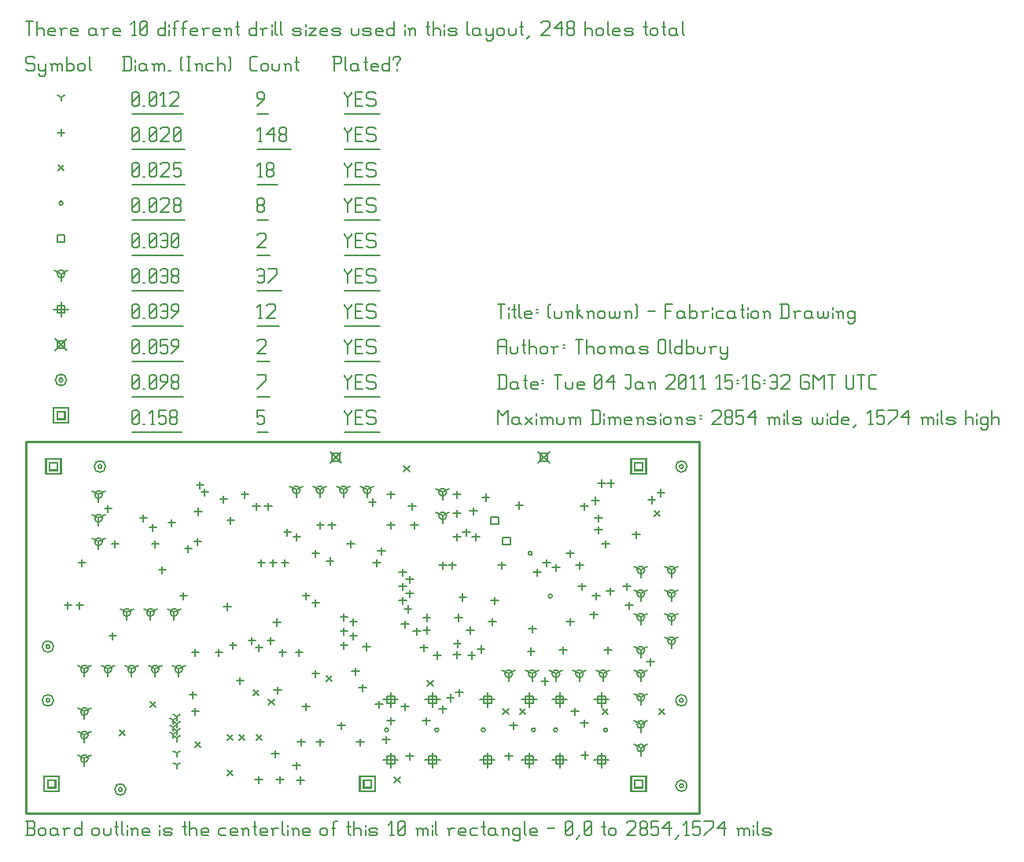
<source format=gbr>
G04 start of page 11 for group -3984 idx -3984 *
G04 Title: (unknown), fab *
G04 Creator: pcb 20091103 *
G04 CreationDate: Tue 04 Jan 2011 15:16:32 GMT UTC *
G04 For: thomas *
G04 Format: Gerber/RS-274X *
G04 PCB-Dimensions: 285430 157480 *
G04 PCB-Coordinate-Origin: lower left *
%MOIN*%
%FSLAX25Y25*%
%LNFAB*%
%ADD11C,0.0100*%
%ADD60C,0.0060*%
%ADD63R,0.0080X0.0080*%
G54D63*X258243Y13973D02*X261443D01*
X258243D02*Y10773D01*
X261443D01*
Y13973D02*Y10773D01*
X256643Y15573D02*X263043D01*
X256643D02*Y9173D01*
X263043D01*
Y15573D02*Y9173D01*
X10211Y148619D02*X13411D01*
X10211D02*Y145419D01*
X13411D01*
Y148619D02*Y145419D01*
X8611Y150219D02*X15011D01*
X8611D02*Y143819D01*
X15011D01*
Y150219D02*Y143819D01*
X143282Y13973D02*X146482D01*
X143282D02*Y10773D01*
X146482D01*
Y13973D02*Y10773D01*
X141682Y15573D02*X148082D01*
X141682D02*Y9173D01*
X148082D01*
Y15573D02*Y9173D01*
X258243Y148619D02*X261443D01*
X258243D02*Y145419D01*
X261443D01*
Y148619D02*Y145419D01*
X256643Y150219D02*X263043D01*
X256643D02*Y143819D01*
X263043D01*
Y150219D02*Y143819D01*
X9424Y13973D02*X12624D01*
X9424D02*Y10773D01*
X12624D01*
Y13973D02*Y10773D01*
X7824Y15573D02*X14224D01*
X7824D02*Y9173D01*
X14224D01*
Y15573D02*Y9173D01*
X13400Y170330D02*X16600D01*
X13400D02*Y167130D01*
X16600D01*
Y170330D02*Y167130D01*
X11800Y171930D02*X18200D01*
X11800D02*Y165530D01*
X18200D01*
Y171930D02*Y165530D01*
G54D60*X135000Y170980D02*Y170230D01*
X136500Y168730D01*
X138000Y170230D01*
Y170980D02*Y170230D01*
X136500Y168730D02*Y164980D01*
X139801Y167980D02*X142051D01*
X139801Y164980D02*X142801D01*
X139801Y170980D02*Y164980D01*
Y170980D02*X142801D01*
X147603D02*X148353Y170230D01*
X145353Y170980D02*X147603D01*
X144603Y170230D02*X145353Y170980D01*
X144603Y170230D02*Y168730D01*
X145353Y167980D01*
X147603D01*
X148353Y167230D01*
Y165730D01*
X147603Y164980D02*X148353Y165730D01*
X145353Y164980D02*X147603D01*
X144603Y165730D02*X145353Y164980D01*
X135000Y161729D02*X150154D01*
X98000Y170980D02*X101000D01*
X98000D02*Y167980D01*
X98750Y168730D01*
X100250D01*
X101000Y167980D01*
Y165730D01*
X100250Y164980D02*X101000Y165730D01*
X98750Y164980D02*X100250D01*
X98000Y165730D02*X98750Y164980D01*
X98000Y161729D02*X102801D01*
X45000Y165730D02*X45750Y164980D01*
X45000Y170230D02*Y165730D01*
Y170230D02*X45750Y170980D01*
X47250D01*
X48000Y170230D01*
Y165730D01*
X47250Y164980D02*X48000Y165730D01*
X45750Y164980D02*X47250D01*
X45000Y166480D02*X48000Y169480D01*
X49801Y164980D02*X50551D01*
X53103D02*X54603D01*
X53853Y170980D02*Y164980D01*
X52353Y169480D02*X53853Y170980D01*
X56404D02*X59404D01*
X56404D02*Y167980D01*
X57154Y168730D01*
X58654D01*
X59404Y167980D01*
Y165730D01*
X58654Y164980D02*X59404Y165730D01*
X57154Y164980D02*X58654D01*
X56404Y165730D02*X57154Y164980D01*
X61206Y165730D02*X61956Y164980D01*
X61206Y167230D02*Y165730D01*
Y167230D02*X61956Y167980D01*
X63456D01*
X64206Y167230D01*
Y165730D01*
X63456Y164980D02*X64206Y165730D01*
X61956Y164980D02*X63456D01*
X61206Y168730D02*X61956Y167980D01*
X61206Y170230D02*Y168730D01*
Y170230D02*X61956Y170980D01*
X63456D01*
X64206Y170230D01*
Y168730D01*
X63456Y167980D02*X64206Y168730D01*
X45000Y161729D02*X66007D01*
X8649Y47807D02*G75*G03X10249Y47807I800J0D01*G01*
G75*G03X8649Y47807I-800J0D01*G01*
X7049D02*G75*G03X11849Y47807I2400J0D01*G01*
G75*G03X7049Y47807I-2400J0D01*G01*
X277153D02*G75*G03X278753Y47807I800J0D01*G01*
G75*G03X277153Y47807I-800J0D01*G01*
X275553D02*G75*G03X280353Y47807I2400J0D01*G01*
G75*G03X275553Y47807I-2400J0D01*G01*
X8649Y70641D02*G75*G03X10249Y70641I800J0D01*G01*
G75*G03X8649Y70641I-800J0D01*G01*
X7049D02*G75*G03X11849Y70641I2400J0D01*G01*
G75*G03X7049Y70641I-2400J0D01*G01*
X30696Y147019D02*G75*G03X32296Y147019I800J0D01*G01*
G75*G03X30696Y147019I-800J0D01*G01*
X29096D02*G75*G03X33896Y147019I2400J0D01*G01*
G75*G03X29096Y147019I-2400J0D01*G01*
X39358Y10011D02*G75*G03X40958Y10011I800J0D01*G01*
G75*G03X39358Y10011I-800J0D01*G01*
X37758D02*G75*G03X42558Y10011I2400J0D01*G01*
G75*G03X37758Y10011I-2400J0D01*G01*
X277153Y11586D02*G75*G03X278753Y11586I800J0D01*G01*
G75*G03X277153Y11586I-800J0D01*G01*
X275553D02*G75*G03X280353Y11586I2400J0D01*G01*
G75*G03X275553Y11586I-2400J0D01*G01*
X277153Y147019D02*G75*G03X278753Y147019I800J0D01*G01*
G75*G03X277153Y147019I-800J0D01*G01*
X275553D02*G75*G03X280353Y147019I2400J0D01*G01*
G75*G03X275553Y147019I-2400J0D01*G01*
X14200Y183730D02*G75*G03X15800Y183730I800J0D01*G01*
G75*G03X14200Y183730I-800J0D01*G01*
X12600D02*G75*G03X17400Y183730I2400J0D01*G01*
G75*G03X12600Y183730I-2400J0D01*G01*
X135000Y185980D02*Y185230D01*
X136500Y183730D01*
X138000Y185230D01*
Y185980D02*Y185230D01*
X136500Y183730D02*Y179980D01*
X139801Y182980D02*X142051D01*
X139801Y179980D02*X142801D01*
X139801Y185980D02*Y179980D01*
Y185980D02*X142801D01*
X147603D02*X148353Y185230D01*
X145353Y185980D02*X147603D01*
X144603Y185230D02*X145353Y185980D01*
X144603Y185230D02*Y183730D01*
X145353Y182980D01*
X147603D01*
X148353Y182230D01*
Y180730D01*
X147603Y179980D02*X148353Y180730D01*
X145353Y179980D02*X147603D01*
X144603Y180730D02*X145353Y179980D01*
X135000Y176729D02*X150154D01*
X98000Y179980D02*X101750Y183730D01*
Y185980D02*Y183730D01*
X98000Y185980D02*X101750D01*
X98000Y176729D02*X103551D01*
X45000Y180730D02*X45750Y179980D01*
X45000Y185230D02*Y180730D01*
Y185230D02*X45750Y185980D01*
X47250D01*
X48000Y185230D01*
Y180730D01*
X47250Y179980D02*X48000Y180730D01*
X45750Y179980D02*X47250D01*
X45000Y181480D02*X48000Y184480D01*
X49801Y179980D02*X50551D01*
X52353Y180730D02*X53103Y179980D01*
X52353Y185230D02*Y180730D01*
Y185230D02*X53103Y185980D01*
X54603D01*
X55353Y185230D01*
Y180730D01*
X54603Y179980D02*X55353Y180730D01*
X53103Y179980D02*X54603D01*
X52353Y181480D02*X55353Y184480D01*
X57154Y179980D02*X60154Y182980D01*
Y185230D02*Y182980D01*
X59404Y185980D02*X60154Y185230D01*
X57904Y185980D02*X59404D01*
X57154Y185230D02*X57904Y185980D01*
X57154Y185230D02*Y183730D01*
X57904Y182980D01*
X60154D01*
X61956Y180730D02*X62706Y179980D01*
X61956Y182230D02*Y180730D01*
Y182230D02*X62706Y182980D01*
X64206D01*
X64956Y182230D01*
Y180730D01*
X64206Y179980D02*X64956Y180730D01*
X62706Y179980D02*X64206D01*
X61956Y183730D02*X62706Y182980D01*
X61956Y185230D02*Y183730D01*
Y185230D02*X62706Y185980D01*
X64206D01*
X64956Y185230D01*
Y183730D01*
X64206Y182980D02*X64956Y183730D01*
X45000Y176729D02*X66757D01*
X129096Y153356D02*X133896Y148556D01*
X129096D02*X133896Y153356D01*
X129896Y152556D02*X133096D01*
X129896D02*Y149356D01*
X133096D01*
Y152556D02*Y149356D01*
X217285Y153356D02*X222085Y148556D01*
X217285D02*X222085Y153356D01*
X218085Y152556D02*X221285D01*
X218085D02*Y149356D01*
X221285D01*
Y152556D02*Y149356D01*
X12600Y201130D02*X17400Y196330D01*
X12600D02*X17400Y201130D01*
X13400Y200330D02*X16600D01*
X13400D02*Y197130D01*
X16600D01*
Y200330D02*Y197130D01*
X135000Y200980D02*Y200230D01*
X136500Y198730D01*
X138000Y200230D01*
Y200980D02*Y200230D01*
X136500Y198730D02*Y194980D01*
X139801Y197980D02*X142051D01*
X139801Y194980D02*X142801D01*
X139801Y200980D02*Y194980D01*
Y200980D02*X142801D01*
X147603D02*X148353Y200230D01*
X145353Y200980D02*X147603D01*
X144603Y200230D02*X145353Y200980D01*
X144603Y200230D02*Y198730D01*
X145353Y197980D01*
X147603D01*
X148353Y197230D01*
Y195730D01*
X147603Y194980D02*X148353Y195730D01*
X145353Y194980D02*X147603D01*
X144603Y195730D02*X145353Y194980D01*
X135000Y191729D02*X150154D01*
X98000Y200230D02*X98750Y200980D01*
X101000D01*
X101750Y200230D01*
Y198730D01*
X98000Y194980D02*X101750Y198730D01*
X98000Y194980D02*X101750D01*
X98000Y191729D02*X103551D01*
X45000Y195730D02*X45750Y194980D01*
X45000Y200230D02*Y195730D01*
Y200230D02*X45750Y200980D01*
X47250D01*
X48000Y200230D01*
Y195730D01*
X47250Y194980D02*X48000Y195730D01*
X45750Y194980D02*X47250D01*
X45000Y196480D02*X48000Y199480D01*
X49801Y194980D02*X50551D01*
X52353Y195730D02*X53103Y194980D01*
X52353Y200230D02*Y195730D01*
Y200230D02*X53103Y200980D01*
X54603D01*
X55353Y200230D01*
Y195730D01*
X54603Y194980D02*X55353Y195730D01*
X53103Y194980D02*X54603D01*
X52353Y196480D02*X55353Y199480D01*
X57154Y200980D02*X60154D01*
X57154D02*Y197980D01*
X57904Y198730D01*
X59404D01*
X60154Y197980D01*
Y195730D01*
X59404Y194980D02*X60154Y195730D01*
X57904Y194980D02*X59404D01*
X57154Y195730D02*X57904Y194980D01*
X61956D02*X64956Y197980D01*
Y200230D02*Y197980D01*
X64206Y200980D02*X64956Y200230D01*
X62706Y200980D02*X64206D01*
X61956Y200230D02*X62706Y200980D01*
X61956Y200230D02*Y198730D01*
X62706Y197980D01*
X64956D01*
X45000Y191729D02*X66757D01*
X172480Y25700D02*Y19300D01*
X169280Y22500D02*X175680D01*
X170880Y24100D02*X174080D01*
X170880D02*Y20900D01*
X174080D01*
Y24100D02*Y20900D01*
X172480Y51290D02*Y44890D01*
X169280Y48090D02*X175680D01*
X170880Y49690D02*X174080D01*
X170880D02*Y46490D01*
X174080D01*
Y49690D02*Y46490D01*
X154764Y25700D02*Y19300D01*
X151564Y22500D02*X157964D01*
X153164Y24100D02*X156364D01*
X153164D02*Y20900D01*
X156364D01*
Y24100D02*Y20900D01*
X154764Y51290D02*Y44890D01*
X151564Y48090D02*X157964D01*
X153164Y49690D02*X156364D01*
X153164D02*Y46490D01*
X156364D01*
Y49690D02*Y46490D01*
X244110Y25700D02*Y19300D01*
X240910Y22500D02*X247310D01*
X242510Y24100D02*X245710D01*
X242510D02*Y20900D01*
X245710D01*
Y24100D02*Y20900D01*
X244110Y51290D02*Y44890D01*
X240910Y48090D02*X247310D01*
X242510Y49690D02*X245710D01*
X242510D02*Y46490D01*
X245710D01*
Y49690D02*Y46490D01*
X226394Y25700D02*Y19300D01*
X223194Y22500D02*X229594D01*
X224794Y24100D02*X227994D01*
X224794D02*Y20900D01*
X227994D01*
Y24100D02*Y20900D01*
X226394Y51290D02*Y44890D01*
X223194Y48090D02*X229594D01*
X224794Y49690D02*X227994D01*
X224794D02*Y46490D01*
X227994D01*
Y49690D02*Y46490D01*
X213480Y25700D02*Y19300D01*
X210280Y22500D02*X216680D01*
X211880Y24100D02*X215080D01*
X211880D02*Y20900D01*
X215080D01*
Y24100D02*Y20900D01*
X213480Y51290D02*Y44890D01*
X210280Y48090D02*X216680D01*
X211880Y49690D02*X215080D01*
X211880D02*Y46490D01*
X215080D01*
Y49690D02*Y46490D01*
X195764Y25700D02*Y19300D01*
X192564Y22500D02*X198964D01*
X194164Y24100D02*X197364D01*
X194164D02*Y20900D01*
X197364D01*
Y24100D02*Y20900D01*
X195764Y51290D02*Y44890D01*
X192564Y48090D02*X198964D01*
X194164Y49690D02*X197364D01*
X194164D02*Y46490D01*
X197364D01*
Y49690D02*Y46490D01*
X15000Y216930D02*Y210530D01*
X11800Y213730D02*X18200D01*
X13400Y215330D02*X16600D01*
X13400D02*Y212130D01*
X16600D01*
Y215330D02*Y212130D01*
X135000Y215980D02*Y215230D01*
X136500Y213730D01*
X138000Y215230D01*
Y215980D02*Y215230D01*
X136500Y213730D02*Y209980D01*
X139801Y212980D02*X142051D01*
X139801Y209980D02*X142801D01*
X139801Y215980D02*Y209980D01*
Y215980D02*X142801D01*
X147603D02*X148353Y215230D01*
X145353Y215980D02*X147603D01*
X144603Y215230D02*X145353Y215980D01*
X144603Y215230D02*Y213730D01*
X145353Y212980D01*
X147603D01*
X148353Y212230D01*
Y210730D01*
X147603Y209980D02*X148353Y210730D01*
X145353Y209980D02*X147603D01*
X144603Y210730D02*X145353Y209980D01*
X135000Y206729D02*X150154D01*
X98750Y209980D02*X100250D01*
X99500Y215980D02*Y209980D01*
X98000Y214480D02*X99500Y215980D01*
X102051Y215230D02*X102801Y215980D01*
X105051D01*
X105801Y215230D01*
Y213730D01*
X102051Y209980D02*X105801Y213730D01*
X102051Y209980D02*X105801D01*
X98000Y206729D02*X107603D01*
X45000Y210730D02*X45750Y209980D01*
X45000Y215230D02*Y210730D01*
Y215230D02*X45750Y215980D01*
X47250D01*
X48000Y215230D01*
Y210730D01*
X47250Y209980D02*X48000Y210730D01*
X45750Y209980D02*X47250D01*
X45000Y211480D02*X48000Y214480D01*
X49801Y209980D02*X50551D01*
X52353Y210730D02*X53103Y209980D01*
X52353Y215230D02*Y210730D01*
Y215230D02*X53103Y215980D01*
X54603D01*
X55353Y215230D01*
Y210730D01*
X54603Y209980D02*X55353Y210730D01*
X53103Y209980D02*X54603D01*
X52353Y211480D02*X55353Y214480D01*
X57154Y215230D02*X57904Y215980D01*
X59404D01*
X60154Y215230D01*
Y210730D01*
X59404Y209980D02*X60154Y210730D01*
X57904Y209980D02*X59404D01*
X57154Y210730D02*X57904Y209980D01*
Y212980D02*X60154D01*
X61956Y209980D02*X64956Y212980D01*
Y215230D02*Y212980D01*
X64206Y215980D02*X64956Y215230D01*
X62706Y215980D02*X64206D01*
X61956Y215230D02*X62706Y215980D01*
X61956Y215230D02*Y213730D01*
X62706Y212980D01*
X64956D01*
X45000Y206729D02*X66757D01*
X176764Y136090D02*Y132890D01*
Y136090D02*X179537Y137690D01*
X176764Y136090D02*X173991Y137690D01*
X175164Y136090D02*G75*G03X178364Y136090I1600J0D01*G01*
G75*G03X175164Y136090I-1600J0D01*G01*
X176764Y126090D02*Y122890D01*
Y126090D02*X179537Y127690D01*
X176764Y126090D02*X173991Y127690D01*
X175164Y126090D02*G75*G03X178364Y126090I1600J0D01*G01*
G75*G03X175164Y126090I-1600J0D01*G01*
X30968Y115090D02*Y111890D01*
Y115090D02*X33741Y116690D01*
X30968Y115090D02*X28195Y116690D01*
X29368Y115090D02*G75*G03X32568Y115090I1600J0D01*G01*
G75*G03X29368Y115090I-1600J0D01*G01*
X30968Y125090D02*Y121890D01*
Y125090D02*X33741Y126690D01*
X30968Y125090D02*X28195Y126690D01*
X29368Y125090D02*G75*G03X32568Y125090I1600J0D01*G01*
G75*G03X29368Y125090I-1600J0D01*G01*
X30968Y135090D02*Y131890D01*
Y135090D02*X33741Y136690D01*
X30968Y135090D02*X28195Y136690D01*
X29368Y135090D02*G75*G03X32568Y135090I1600J0D01*G01*
G75*G03X29368Y135090I-1600J0D01*G01*
X24968Y61090D02*Y57890D01*
Y61090D02*X27741Y62690D01*
X24968Y61090D02*X22195Y62690D01*
X23368Y61090D02*G75*G03X26568Y61090I1600J0D01*G01*
G75*G03X23368Y61090I-1600J0D01*G01*
X34968D02*Y57890D01*
Y61090D02*X37741Y62690D01*
X34968Y61090D02*X32195Y62690D01*
X33368Y61090D02*G75*G03X36568Y61090I1600J0D01*G01*
G75*G03X33368Y61090I-1600J0D01*G01*
X44968D02*Y57890D01*
Y61090D02*X47741Y62690D01*
X44968Y61090D02*X42195Y62690D01*
X43368Y61090D02*G75*G03X46568Y61090I1600J0D01*G01*
G75*G03X43368Y61090I-1600J0D01*G01*
X54968D02*Y57890D01*
Y61090D02*X57741Y62690D01*
X54968Y61090D02*X52195Y62690D01*
X53368Y61090D02*G75*G03X56568Y61090I1600J0D01*G01*
G75*G03X53368Y61090I-1600J0D01*G01*
X64968D02*Y57890D01*
Y61090D02*X67741Y62690D01*
X64968Y61090D02*X62195Y62690D01*
X63368Y61090D02*G75*G03X66568Y61090I1600J0D01*G01*
G75*G03X63368Y61090I-1600J0D01*G01*
X24968Y43090D02*Y39890D01*
Y43090D02*X27741Y44690D01*
X24968Y43090D02*X22195Y44690D01*
X23368Y43090D02*G75*G03X26568Y43090I1600J0D01*G01*
G75*G03X23368Y43090I-1600J0D01*G01*
X24968Y33090D02*Y29890D01*
Y33090D02*X27741Y34690D01*
X24968Y33090D02*X22195Y34690D01*
X23368Y33090D02*G75*G03X26568Y33090I1600J0D01*G01*
G75*G03X23368Y33090I-1600J0D01*G01*
X24968Y23090D02*Y19890D01*
Y23090D02*X27741Y24690D01*
X24968Y23090D02*X22195Y24690D01*
X23368Y23090D02*G75*G03X26568Y23090I1600J0D01*G01*
G75*G03X23368Y23090I-1600J0D01*G01*
X62968Y85090D02*Y81890D01*
Y85090D02*X65741Y86690D01*
X62968Y85090D02*X60195Y86690D01*
X61368Y85090D02*G75*G03X64568Y85090I1600J0D01*G01*
G75*G03X61368Y85090I-1600J0D01*G01*
X52968D02*Y81890D01*
Y85090D02*X55741Y86690D01*
X52968Y85090D02*X50195Y86690D01*
X51368Y85090D02*G75*G03X54568Y85090I1600J0D01*G01*
G75*G03X51368Y85090I-1600J0D01*G01*
X42968D02*Y81890D01*
Y85090D02*X45741Y86690D01*
X42968Y85090D02*X40195Y86690D01*
X41368Y85090D02*G75*G03X44568Y85090I1600J0D01*G01*
G75*G03X41368Y85090I-1600J0D01*G01*
X260764Y103090D02*Y99890D01*
Y103090D02*X263537Y104690D01*
X260764Y103090D02*X257991Y104690D01*
X259164Y103090D02*G75*G03X262364Y103090I1600J0D01*G01*
G75*G03X259164Y103090I-1600J0D01*G01*
X260764Y93090D02*Y89890D01*
Y93090D02*X263537Y94690D01*
X260764Y93090D02*X257991Y94690D01*
X259164Y93090D02*G75*G03X262364Y93090I1600J0D01*G01*
G75*G03X259164Y93090I-1600J0D01*G01*
X260764Y83090D02*Y79890D01*
Y83090D02*X263537Y84690D01*
X260764Y83090D02*X257991Y84690D01*
X259164Y83090D02*G75*G03X262364Y83090I1600J0D01*G01*
G75*G03X259164Y83090I-1600J0D01*G01*
X244764Y59090D02*Y55890D01*
Y59090D02*X247537Y60690D01*
X244764Y59090D02*X241991Y60690D01*
X243164Y59090D02*G75*G03X246364Y59090I1600J0D01*G01*
G75*G03X243164Y59090I-1600J0D01*G01*
X234764D02*Y55890D01*
Y59090D02*X237537Y60690D01*
X234764Y59090D02*X231991Y60690D01*
X233164Y59090D02*G75*G03X236364Y59090I1600J0D01*G01*
G75*G03X233164Y59090I-1600J0D01*G01*
X224764D02*Y55890D01*
Y59090D02*X227537Y60690D01*
X224764Y59090D02*X221991Y60690D01*
X223164Y59090D02*G75*G03X226364Y59090I1600J0D01*G01*
G75*G03X223164Y59090I-1600J0D01*G01*
X214764D02*Y55890D01*
Y59090D02*X217537Y60690D01*
X214764Y59090D02*X211991Y60690D01*
X213164Y59090D02*G75*G03X216364Y59090I1600J0D01*G01*
G75*G03X213164Y59090I-1600J0D01*G01*
X204764D02*Y55890D01*
Y59090D02*X207537Y60690D01*
X204764Y59090D02*X201991Y60690D01*
X203164Y59090D02*G75*G03X206364Y59090I1600J0D01*G01*
G75*G03X203164Y59090I-1600J0D01*G01*
X260764Y37590D02*Y34390D01*
Y37590D02*X263537Y39190D01*
X260764Y37590D02*X257991Y39190D01*
X259164Y37590D02*G75*G03X262364Y37590I1600J0D01*G01*
G75*G03X259164Y37590I-1600J0D01*G01*
X260764Y27590D02*Y24390D01*
Y27590D02*X263537Y29190D01*
X260764Y27590D02*X257991Y29190D01*
X259164Y27590D02*G75*G03X262364Y27590I1600J0D01*G01*
G75*G03X259164Y27590I-1600J0D01*G01*
X260764Y49090D02*Y45890D01*
Y49090D02*X263537Y50690D01*
X260764Y49090D02*X257991Y50690D01*
X259164Y49090D02*G75*G03X262364Y49090I1600J0D01*G01*
G75*G03X259164Y49090I-1600J0D01*G01*
X260764Y59090D02*Y55890D01*
Y59090D02*X263537Y60690D01*
X260764Y59090D02*X257991Y60690D01*
X259164Y59090D02*G75*G03X262364Y59090I1600J0D01*G01*
G75*G03X259164Y59090I-1600J0D01*G01*
X260764Y69090D02*Y65890D01*
Y69090D02*X263537Y70690D01*
X260764Y69090D02*X257991Y70690D01*
X259164Y69090D02*G75*G03X262364Y69090I1600J0D01*G01*
G75*G03X259164Y69090I-1600J0D01*G01*
X273764Y103090D02*Y99890D01*
Y103090D02*X276537Y104690D01*
X273764Y103090D02*X270991Y104690D01*
X272164Y103090D02*G75*G03X275364Y103090I1600J0D01*G01*
G75*G03X272164Y103090I-1600J0D01*G01*
X273764Y93090D02*Y89890D01*
Y93090D02*X276537Y94690D01*
X273764Y93090D02*X270991Y94690D01*
X272164Y93090D02*G75*G03X275364Y93090I1600J0D01*G01*
G75*G03X272164Y93090I-1600J0D01*G01*
X273764Y83090D02*Y79890D01*
Y83090D02*X276537Y84690D01*
X273764Y83090D02*X270991Y84690D01*
X272164Y83090D02*G75*G03X275364Y83090I1600J0D01*G01*
G75*G03X272164Y83090I-1600J0D01*G01*
X273764Y73090D02*Y69890D01*
Y73090D02*X276537Y74690D01*
X273764Y73090D02*X270991Y74690D01*
X272164Y73090D02*G75*G03X275364Y73090I1600J0D01*G01*
G75*G03X272164Y73090I-1600J0D01*G01*
X144764Y137090D02*Y133890D01*
Y137090D02*X147537Y138690D01*
X144764Y137090D02*X141991Y138690D01*
X143164Y137090D02*G75*G03X146364Y137090I1600J0D01*G01*
G75*G03X143164Y137090I-1600J0D01*G01*
X134764D02*Y133890D01*
Y137090D02*X137537Y138690D01*
X134764Y137090D02*X131991Y138690D01*
X133164Y137090D02*G75*G03X136364Y137090I1600J0D01*G01*
G75*G03X133164Y137090I-1600J0D01*G01*
X124764D02*Y133890D01*
Y137090D02*X127537Y138690D01*
X124764Y137090D02*X121991Y138690D01*
X123164Y137090D02*G75*G03X126364Y137090I1600J0D01*G01*
G75*G03X123164Y137090I-1600J0D01*G01*
X114764D02*Y133890D01*
Y137090D02*X117537Y138690D01*
X114764Y137090D02*X111991Y138690D01*
X113164Y137090D02*G75*G03X116364Y137090I1600J0D01*G01*
G75*G03X113164Y137090I-1600J0D01*G01*
X15000Y228730D02*Y225530D01*
Y228730D02*X17773Y230330D01*
X15000Y228730D02*X12227Y230330D01*
X13400Y228730D02*G75*G03X16600Y228730I1600J0D01*G01*
G75*G03X13400Y228730I-1600J0D01*G01*
X135000Y230980D02*Y230230D01*
X136500Y228730D01*
X138000Y230230D01*
Y230980D02*Y230230D01*
X136500Y228730D02*Y224980D01*
X139801Y227980D02*X142051D01*
X139801Y224980D02*X142801D01*
X139801Y230980D02*Y224980D01*
Y230980D02*X142801D01*
X147603D02*X148353Y230230D01*
X145353Y230980D02*X147603D01*
X144603Y230230D02*X145353Y230980D01*
X144603Y230230D02*Y228730D01*
X145353Y227980D01*
X147603D01*
X148353Y227230D01*
Y225730D01*
X147603Y224980D02*X148353Y225730D01*
X145353Y224980D02*X147603D01*
X144603Y225730D02*X145353Y224980D01*
X135000Y221729D02*X150154D01*
X98000Y230230D02*X98750Y230980D01*
X100250D01*
X101000Y230230D01*
Y225730D01*
X100250Y224980D02*X101000Y225730D01*
X98750Y224980D02*X100250D01*
X98000Y225730D02*X98750Y224980D01*
Y227980D02*X101000D01*
X102801Y224980D02*X106551Y228730D01*
Y230980D02*Y228730D01*
X102801Y230980D02*X106551D01*
X98000Y221729D02*X108353D01*
X45000Y225730D02*X45750Y224980D01*
X45000Y230230D02*Y225730D01*
Y230230D02*X45750Y230980D01*
X47250D01*
X48000Y230230D01*
Y225730D01*
X47250Y224980D02*X48000Y225730D01*
X45750Y224980D02*X47250D01*
X45000Y226480D02*X48000Y229480D01*
X49801Y224980D02*X50551D01*
X52353Y225730D02*X53103Y224980D01*
X52353Y230230D02*Y225730D01*
Y230230D02*X53103Y230980D01*
X54603D01*
X55353Y230230D01*
Y225730D01*
X54603Y224980D02*X55353Y225730D01*
X53103Y224980D02*X54603D01*
X52353Y226480D02*X55353Y229480D01*
X57154Y230230D02*X57904Y230980D01*
X59404D01*
X60154Y230230D01*
Y225730D01*
X59404Y224980D02*X60154Y225730D01*
X57904Y224980D02*X59404D01*
X57154Y225730D02*X57904Y224980D01*
Y227980D02*X60154D01*
X61956Y225730D02*X62706Y224980D01*
X61956Y227230D02*Y225730D01*
Y227230D02*X62706Y227980D01*
X64206D01*
X64956Y227230D01*
Y225730D01*
X64206Y224980D02*X64956Y225730D01*
X62706Y224980D02*X64206D01*
X61956Y228730D02*X62706Y227980D01*
X61956Y230230D02*Y228730D01*
Y230230D02*X62706Y230980D01*
X64206D01*
X64956Y230230D01*
Y228730D01*
X64206Y227980D02*X64956Y228730D01*
X45000Y221729D02*X66757D01*
X197164Y125690D02*X200364D01*
X197164D02*Y122490D01*
X200364D01*
Y125690D02*Y122490D01*
X202165Y117031D02*X205365D01*
X202165D02*Y113831D01*
X205365D01*
Y117031D02*Y113831D01*
X13400Y245330D02*X16600D01*
X13400D02*Y242130D01*
X16600D01*
Y245330D02*Y242130D01*
X135000Y245980D02*Y245230D01*
X136500Y243730D01*
X138000Y245230D01*
Y245980D02*Y245230D01*
X136500Y243730D02*Y239980D01*
X139801Y242980D02*X142051D01*
X139801Y239980D02*X142801D01*
X139801Y245980D02*Y239980D01*
Y245980D02*X142801D01*
X147603D02*X148353Y245230D01*
X145353Y245980D02*X147603D01*
X144603Y245230D02*X145353Y245980D01*
X144603Y245230D02*Y243730D01*
X145353Y242980D01*
X147603D01*
X148353Y242230D01*
Y240730D01*
X147603Y239980D02*X148353Y240730D01*
X145353Y239980D02*X147603D01*
X144603Y240730D02*X145353Y239980D01*
X135000Y236729D02*X150154D01*
X98000Y245230D02*X98750Y245980D01*
X101000D01*
X101750Y245230D01*
Y243730D01*
X98000Y239980D02*X101750Y243730D01*
X98000Y239980D02*X101750D01*
X98000Y236729D02*X103551D01*
X45000Y240730D02*X45750Y239980D01*
X45000Y245230D02*Y240730D01*
Y245230D02*X45750Y245980D01*
X47250D01*
X48000Y245230D01*
Y240730D01*
X47250Y239980D02*X48000Y240730D01*
X45750Y239980D02*X47250D01*
X45000Y241480D02*X48000Y244480D01*
X49801Y239980D02*X50551D01*
X52353Y240730D02*X53103Y239980D01*
X52353Y245230D02*Y240730D01*
Y245230D02*X53103Y245980D01*
X54603D01*
X55353Y245230D01*
Y240730D01*
X54603Y239980D02*X55353Y240730D01*
X53103Y239980D02*X54603D01*
X52353Y241480D02*X55353Y244480D01*
X57154Y245230D02*X57904Y245980D01*
X59404D01*
X60154Y245230D01*
Y240730D01*
X59404Y239980D02*X60154Y240730D01*
X57904Y239980D02*X59404D01*
X57154Y240730D02*X57904Y239980D01*
Y242980D02*X60154D01*
X61956Y240730D02*X62706Y239980D01*
X61956Y245230D02*Y240730D01*
Y245230D02*X62706Y245980D01*
X64206D01*
X64956Y245230D01*
Y240730D01*
X64206Y239980D02*X64956Y240730D01*
X62706Y239980D02*X64206D01*
X61956Y241480D02*X64956Y244480D01*
X45000Y236729D02*X66757D01*
X152192Y35295D02*G75*G03X153792Y35295I800J0D01*G01*
G75*G03X152192Y35295I-800J0D01*G01*
X173452D02*G75*G03X175052Y35295I800J0D01*G01*
G75*G03X173452Y35295I-800J0D01*G01*
X223822D02*G75*G03X225422Y35295I800J0D01*G01*
G75*G03X223822Y35295I-800J0D01*G01*
X245082D02*G75*G03X246682Y35295I800J0D01*G01*
G75*G03X245082Y35295I-800J0D01*G01*
X193192D02*G75*G03X194792Y35295I800J0D01*G01*
G75*G03X193192Y35295I-800J0D01*G01*
X214452D02*G75*G03X216052Y35295I800J0D01*G01*
G75*G03X214452Y35295I-800J0D01*G01*
X213096Y110184D02*G75*G03X214696Y110184I800J0D01*G01*
G75*G03X213096Y110184I-800J0D01*G01*
X221549Y92058D02*G75*G03X223149Y92058I800J0D01*G01*
G75*G03X221549Y92058I-800J0D01*G01*
X14200Y258730D02*G75*G03X15800Y258730I800J0D01*G01*
G75*G03X14200Y258730I-800J0D01*G01*
X135000Y260980D02*Y260230D01*
X136500Y258730D01*
X138000Y260230D01*
Y260980D02*Y260230D01*
X136500Y258730D02*Y254980D01*
X139801Y257980D02*X142051D01*
X139801Y254980D02*X142801D01*
X139801Y260980D02*Y254980D01*
Y260980D02*X142801D01*
X147603D02*X148353Y260230D01*
X145353Y260980D02*X147603D01*
X144603Y260230D02*X145353Y260980D01*
X144603Y260230D02*Y258730D01*
X145353Y257980D01*
X147603D01*
X148353Y257230D01*
Y255730D01*
X147603Y254980D02*X148353Y255730D01*
X145353Y254980D02*X147603D01*
X144603Y255730D02*X145353Y254980D01*
X135000Y251729D02*X150154D01*
X98000Y255730D02*X98750Y254980D01*
X98000Y257230D02*Y255730D01*
Y257230D02*X98750Y257980D01*
X100250D01*
X101000Y257230D01*
Y255730D01*
X100250Y254980D02*X101000Y255730D01*
X98750Y254980D02*X100250D01*
X98000Y258730D02*X98750Y257980D01*
X98000Y260230D02*Y258730D01*
Y260230D02*X98750Y260980D01*
X100250D01*
X101000Y260230D01*
Y258730D01*
X100250Y257980D02*X101000Y258730D01*
X98000Y251729D02*X102801D01*
X45000Y255730D02*X45750Y254980D01*
X45000Y260230D02*Y255730D01*
Y260230D02*X45750Y260980D01*
X47250D01*
X48000Y260230D01*
Y255730D01*
X47250Y254980D02*X48000Y255730D01*
X45750Y254980D02*X47250D01*
X45000Y256480D02*X48000Y259480D01*
X49801Y254980D02*X50551D01*
X52353Y255730D02*X53103Y254980D01*
X52353Y260230D02*Y255730D01*
Y260230D02*X53103Y260980D01*
X54603D01*
X55353Y260230D01*
Y255730D01*
X54603Y254980D02*X55353Y255730D01*
X53103Y254980D02*X54603D01*
X52353Y256480D02*X55353Y259480D01*
X57154Y260230D02*X57904Y260980D01*
X60154D01*
X60904Y260230D01*
Y258730D01*
X57154Y254980D02*X60904Y258730D01*
X57154Y254980D02*X60904D01*
X62706Y255730D02*X63456Y254980D01*
X62706Y257230D02*Y255730D01*
Y257230D02*X63456Y257980D01*
X64956D01*
X65706Y257230D01*
Y255730D01*
X64956Y254980D02*X65706Y255730D01*
X63456Y254980D02*X64956D01*
X62706Y258730D02*X63456Y257980D01*
X62706Y260230D02*Y258730D01*
Y260230D02*X63456Y260980D01*
X64956D01*
X65706Y260230D01*
Y258730D01*
X64956Y257980D02*X65706Y258730D01*
X45000Y251729D02*X67507D01*
X97768Y33290D02*X100168Y30890D01*
X97768D02*X100168Y33290D01*
X39768Y35290D02*X42168Y32890D01*
X39768D02*X42168Y35290D01*
X52768Y47290D02*X55168Y44890D01*
X52768D02*X55168Y47290D01*
X71768Y30290D02*X74168Y27890D01*
X71768D02*X74168Y30290D01*
X170300Y56180D02*X172700Y53780D01*
X170300D02*X172700Y56180D01*
X127564Y58290D02*X129964Y55890D01*
X127564D02*X129964Y58290D01*
X90564Y33290D02*X92964Y30890D01*
X90564D02*X92964Y33290D01*
X209564Y44290D02*X211964Y41890D01*
X209564D02*X211964Y44290D01*
X202300Y44180D02*X204700Y41780D01*
X202300D02*X204700Y44180D01*
X160300Y147180D02*X162700Y144780D01*
X160300D02*X162700Y147180D01*
X244564Y44290D02*X246964Y41890D01*
X244564D02*X246964Y44290D01*
X96564Y52290D02*X98964Y49890D01*
X96564D02*X98964Y52290D01*
X85564Y33290D02*X87964Y30890D01*
X85564D02*X87964Y33290D01*
X85564Y18290D02*X87964Y15890D01*
X85564D02*X87964Y18290D01*
X268564Y44290D02*X270964Y41890D01*
X268564D02*X270964Y44290D01*
X266564Y128290D02*X268964Y125890D01*
X266564D02*X268964Y128290D01*
X156281Y15148D02*X158681Y12748D01*
X156281D02*X158681Y15148D01*
X102980Y48290D02*X105380Y45890D01*
X102980D02*X105380Y48290D01*
X13800Y274930D02*X16200Y272530D01*
X13800D02*X16200Y274930D01*
X135000Y275980D02*Y275230D01*
X136500Y273730D01*
X138000Y275230D01*
Y275980D02*Y275230D01*
X136500Y273730D02*Y269980D01*
X139801Y272980D02*X142051D01*
X139801Y269980D02*X142801D01*
X139801Y275980D02*Y269980D01*
Y275980D02*X142801D01*
X147603D02*X148353Y275230D01*
X145353Y275980D02*X147603D01*
X144603Y275230D02*X145353Y275980D01*
X144603Y275230D02*Y273730D01*
X145353Y272980D01*
X147603D01*
X148353Y272230D01*
Y270730D01*
X147603Y269980D02*X148353Y270730D01*
X145353Y269980D02*X147603D01*
X144603Y270730D02*X145353Y269980D01*
X135000Y266729D02*X150154D01*
X98750Y269980D02*X100250D01*
X99500Y275980D02*Y269980D01*
X98000Y274480D02*X99500Y275980D01*
X102051Y270730D02*X102801Y269980D01*
X102051Y272230D02*Y270730D01*
Y272230D02*X102801Y272980D01*
X104301D01*
X105051Y272230D01*
Y270730D01*
X104301Y269980D02*X105051Y270730D01*
X102801Y269980D02*X104301D01*
X102051Y273730D02*X102801Y272980D01*
X102051Y275230D02*Y273730D01*
Y275230D02*X102801Y275980D01*
X104301D01*
X105051Y275230D01*
Y273730D01*
X104301Y272980D02*X105051Y273730D01*
X98000Y266729D02*X106853D01*
X45000Y270730D02*X45750Y269980D01*
X45000Y275230D02*Y270730D01*
Y275230D02*X45750Y275980D01*
X47250D01*
X48000Y275230D01*
Y270730D01*
X47250Y269980D02*X48000Y270730D01*
X45750Y269980D02*X47250D01*
X45000Y271480D02*X48000Y274480D01*
X49801Y269980D02*X50551D01*
X52353Y270730D02*X53103Y269980D01*
X52353Y275230D02*Y270730D01*
Y275230D02*X53103Y275980D01*
X54603D01*
X55353Y275230D01*
Y270730D01*
X54603Y269980D02*X55353Y270730D01*
X53103Y269980D02*X54603D01*
X52353Y271480D02*X55353Y274480D01*
X57154Y275230D02*X57904Y275980D01*
X60154D01*
X60904Y275230D01*
Y273730D01*
X57154Y269980D02*X60904Y273730D01*
X57154Y269980D02*X60904D01*
X62706Y275980D02*X65706D01*
X62706D02*Y272980D01*
X63456Y273730D01*
X64956D01*
X65706Y272980D01*
Y270730D01*
X64956Y269980D02*X65706Y270730D01*
X63456Y269980D02*X64956D01*
X62706Y270730D02*X63456Y269980D01*
X45000Y266729D02*X67507D01*
X36968Y76690D02*Y73490D01*
X35368Y75090D02*X38568D01*
X85500Y89080D02*Y85880D01*
X83900Y87480D02*X87100D01*
X49968Y126690D02*Y123490D01*
X48368Y125090D02*X51568D01*
X122968Y111690D02*Y108490D01*
X121368Y110090D02*X124568D01*
X109968Y107690D02*Y104490D01*
X108368Y106090D02*X111568D01*
X68968Y113690D02*Y110490D01*
X67368Y112090D02*X70568D01*
X114968Y118690D02*Y115490D01*
X113368Y117090D02*X116568D01*
X61968Y124690D02*Y121490D01*
X60368Y123090D02*X63568D01*
X37968Y115690D02*Y112490D01*
X36368Y114090D02*X39568D01*
X53968Y122690D02*Y119490D01*
X52368Y121090D02*X55568D01*
X73130Y129528D02*Y126328D01*
X71530Y127928D02*X74730D01*
X23968Y107690D02*Y104490D01*
X22368Y106090D02*X25568D01*
X83968Y134690D02*Y131490D01*
X82368Y133090D02*X85568D01*
X73968Y140690D02*Y137490D01*
X72368Y139090D02*X75568D01*
X66968Y93690D02*Y90490D01*
X65368Y92090D02*X68568D01*
X99968Y107690D02*Y104490D01*
X98368Y106090D02*X101568D01*
X104968Y107690D02*Y104490D01*
X103368Y106090D02*X106568D01*
X122968Y60690D02*Y57490D01*
X121368Y59090D02*X124568D01*
X57968Y104690D02*Y101490D01*
X56368Y103090D02*X59568D01*
X138968Y76690D02*Y73490D01*
X137368Y75090D02*X140568D01*
X87968Y72690D02*Y69490D01*
X86368Y71090D02*X89568D01*
X54968Y115690D02*Y112490D01*
X53368Y114090D02*X56568D01*
X122968Y90690D02*Y87490D01*
X121368Y89090D02*X124568D01*
X34968Y130690D02*Y127490D01*
X33368Y129090D02*X36568D01*
X75968Y137690D02*Y134490D01*
X74368Y136090D02*X77568D01*
X92968Y136690D02*Y133490D01*
X91368Y135090D02*X94568D01*
X90952Y57674D02*Y54474D01*
X89352Y56074D02*X92552D01*
X110968Y120690D02*Y117490D01*
X109368Y119090D02*X112568D01*
X86968Y125690D02*Y122490D01*
X85368Y124090D02*X88568D01*
X124968Y123690D02*Y120490D01*
X123368Y122090D02*X126568D01*
X118968Y93690D02*Y90490D01*
X117368Y92090D02*X120568D01*
X95968Y74690D02*Y71490D01*
X94368Y73090D02*X97568D01*
X103968Y74690D02*Y71490D01*
X102368Y73090D02*X105568D01*
X71968Y69690D02*Y66490D01*
X70368Y68090D02*X73568D01*
X81968Y69690D02*Y66490D01*
X80368Y68090D02*X83568D01*
X108968Y69690D02*Y66490D01*
X107368Y68090D02*X110568D01*
X134968Y72690D02*Y69490D01*
X133368Y71090D02*X136568D01*
X159764Y97690D02*Y94490D01*
X158164Y96090D02*X161364D01*
X134968Y84690D02*Y81490D01*
X133368Y83090D02*X136568D01*
X134968Y78690D02*Y75490D01*
X133368Y77090D02*X136568D01*
X72968Y116690D02*Y113490D01*
X71368Y115090D02*X74568D01*
X115968Y69690D02*Y66490D01*
X114368Y68090D02*X117568D01*
X22968Y89690D02*Y86490D01*
X21368Y88090D02*X24568D01*
X17968Y89690D02*Y86490D01*
X16368Y88090D02*X19568D01*
X70968Y51690D02*Y48490D01*
X69368Y50090D02*X72568D01*
X71968Y44690D02*Y41490D01*
X70368Y43090D02*X73568D01*
X154764Y136690D02*Y133490D01*
X153164Y135090D02*X156364D01*
X98968Y71690D02*Y68490D01*
X97368Y70090D02*X100568D01*
X138968Y82690D02*Y79490D01*
X137368Y81090D02*X140568D01*
X162764Y94690D02*Y91490D01*
X161164Y93090D02*X164364D01*
X159764Y91690D02*Y88490D01*
X158164Y90090D02*X161364D01*
X139764Y61690D02*Y58490D01*
X138164Y60090D02*X141364D01*
X162000Y88080D02*Y84880D01*
X160400Y86480D02*X163600D01*
X106764Y53690D02*Y50490D01*
X105164Y52090D02*X108364D01*
X168764Y71690D02*Y68490D01*
X167164Y70090D02*X170364D01*
X160764Y81690D02*Y78490D01*
X159164Y80090D02*X162364D01*
X165764Y78690D02*Y75490D01*
X164164Y77090D02*X167364D01*
X142764Y54690D02*Y51490D01*
X141164Y53090D02*X144364D01*
X258764Y119690D02*Y116490D01*
X257164Y118090D02*X260364D01*
X189000Y68580D02*Y65380D01*
X187400Y66980D02*X190600D01*
X183764Y52690D02*Y49490D01*
X182164Y51090D02*X185364D01*
X160764Y46690D02*Y43490D01*
X159164Y45090D02*X162364D01*
X182764Y68690D02*Y65490D01*
X181164Y67090D02*X184364D01*
X176764Y45690D02*Y42490D01*
X175164Y44090D02*X178364D01*
X206764Y38690D02*Y35490D01*
X205164Y37090D02*X208364D01*
X236764Y39690D02*Y36490D01*
X235164Y38090D02*X238364D01*
X152764Y32690D02*Y29490D01*
X151164Y31090D02*X154364D01*
X141764Y31690D02*Y28490D01*
X140164Y30090D02*X143364D01*
X124764Y31690D02*Y28490D01*
X123164Y30090D02*X126364D01*
X133764Y38690D02*Y35490D01*
X132164Y37090D02*X135364D01*
X149764Y47690D02*Y44490D01*
X148164Y46090D02*X151364D01*
X116764Y31690D02*Y28490D01*
X115164Y30090D02*X118364D01*
X162764Y25690D02*Y22490D01*
X161164Y24090D02*X164364D01*
X204764Y25690D02*Y22490D01*
X203164Y24090D02*X206364D01*
X232764Y44690D02*Y41490D01*
X231164Y43090D02*X234364D01*
X147000Y133580D02*Y130380D01*
X145400Y131980D02*X148600D01*
X118764Y46690D02*Y43490D01*
X117164Y45090D02*X120364D01*
X227764Y70690D02*Y67490D01*
X226164Y69090D02*X229364D01*
X214272Y70198D02*Y66998D01*
X212672Y68598D02*X215872D01*
X246764Y70690D02*Y67490D01*
X245164Y69090D02*X248364D01*
X264764Y65690D02*Y62490D01*
X263164Y64090D02*X266364D01*
X230764Y82690D02*Y79490D01*
X229164Y81090D02*X232364D01*
X241764Y93690D02*Y90490D01*
X240164Y92090D02*X243364D01*
X255764Y89690D02*Y86490D01*
X254164Y88090D02*X257364D01*
X240764Y85690D02*Y82490D01*
X239164Y84090D02*X242364D01*
X193000Y71080D02*Y67880D01*
X191400Y69480D02*X194600D01*
X176764Y106690D02*Y103490D01*
X175164Y105090D02*X178364D01*
X180764Y106690D02*Y103490D01*
X179164Y105090D02*X182364D01*
X198764Y91690D02*Y88490D01*
X197164Y90090D02*X200364D01*
X254764Y97690D02*Y94490D01*
X253164Y96090D02*X256364D01*
X214764Y79690D02*Y76490D01*
X213164Y78090D02*X216364D01*
X224764Y105690D02*Y102490D01*
X223164Y104090D02*X226364D01*
X234764Y106690D02*Y103490D01*
X233164Y105090D02*X236364D01*
X230764Y111690D02*Y108490D01*
X229164Y110090D02*X232364D01*
X105764Y26690D02*Y23490D01*
X104164Y25090D02*X107364D01*
X183500Y84580D02*Y81380D01*
X181900Y82980D02*X185100D01*
X235764Y97690D02*Y94490D01*
X234164Y96090D02*X237364D01*
X185323Y93249D02*Y90049D01*
X183723Y91649D02*X186923D01*
X245764Y115690D02*Y112490D01*
X244164Y114090D02*X247364D01*
X220764Y107690D02*Y104490D01*
X219164Y106090D02*X222364D01*
X247764Y95690D02*Y92490D01*
X246164Y94090D02*X249364D01*
X216764Y103690D02*Y100490D01*
X215164Y102090D02*X218364D01*
X201764Y106690D02*Y103490D01*
X200164Y105090D02*X203364D01*
X197764Y82690D02*Y79490D01*
X196164Y81090D02*X199364D01*
X209323Y132249D02*Y129049D01*
X207723Y130649D02*X210923D01*
X242764Y121690D02*Y118490D01*
X241164Y120090D02*X244364D01*
X242764Y126690D02*Y123490D01*
X241164Y125090D02*X244364D01*
X236764Y131690D02*Y128490D01*
X235164Y130090D02*X238364D01*
X182764Y118690D02*Y115490D01*
X181164Y117090D02*X184364D01*
X186764Y120690D02*Y117490D01*
X185164Y119090D02*X188364D01*
X190764Y118690D02*Y115490D01*
X189164Y117090D02*X192364D01*
X137764Y115690D02*Y112490D01*
X136164Y114090D02*X139364D01*
X148764Y107690D02*Y104490D01*
X147164Y106090D02*X150364D01*
X129764Y123690D02*Y120490D01*
X128164Y122090D02*X131364D01*
X159764Y103690D02*Y100490D01*
X158164Y102090D02*X161364D01*
X189764Y129690D02*Y126490D01*
X188164Y128090D02*X191364D01*
X237000Y26080D02*Y22880D01*
X235400Y24480D02*X238600D01*
X182764Y128690D02*Y125490D01*
X181164Y127090D02*X184364D01*
X150764Y112690D02*Y109490D01*
X149164Y111090D02*X152364D01*
X241500Y134080D02*Y130880D01*
X239900Y132480D02*X243100D01*
X154764Y123690D02*Y120490D01*
X153164Y122090D02*X156364D01*
X164764Y123690D02*Y120490D01*
X163164Y122090D02*X166364D01*
X182764Y136690D02*Y133490D01*
X181164Y135090D02*X184364D01*
X169764Y40690D02*Y37490D01*
X168164Y39090D02*X171364D01*
X154764Y40690D02*Y37490D01*
X153164Y39090D02*X156364D01*
X162764Y100690D02*Y97490D01*
X161164Y99090D02*X164364D01*
X163764Y131690D02*Y128490D01*
X162164Y130090D02*X165364D01*
X97764Y131690D02*Y128490D01*
X96164Y130090D02*X99364D01*
X107764Y15690D02*Y12490D01*
X106164Y14090D02*X109364D01*
X98764Y15690D02*Y12490D01*
X97164Y14090D02*X100364D01*
X102764Y131690D02*Y128490D01*
X101164Y130090D02*X104364D01*
X114764Y21690D02*Y18490D01*
X113164Y20090D02*X116364D01*
X180000Y50580D02*Y47380D01*
X178400Y48980D02*X181600D01*
X129000Y108580D02*Y105380D01*
X127400Y106980D02*X130600D01*
X116536Y15548D02*Y12348D01*
X114936Y13948D02*X118136D01*
X244095Y141533D02*Y138333D01*
X242495Y139933D02*X245695D01*
X248032Y141533D02*Y138333D01*
X246432Y139933D02*X249632D01*
X269292Y137596D02*Y134396D01*
X267692Y135996D02*X270892D01*
X265355Y134446D02*Y131246D01*
X263755Y132846D02*X266955D01*
X106500Y82580D02*Y79380D01*
X104900Y80980D02*X108100D01*
X174500Y68580D02*Y65380D01*
X172900Y66980D02*X176100D01*
X188500Y79080D02*Y75880D01*
X186900Y77480D02*X190100D01*
X183000Y73580D02*Y70380D01*
X181400Y71980D02*X184600D01*
X170000Y79080D02*Y75880D01*
X168400Y77480D02*X171600D01*
X220000Y57580D02*Y54380D01*
X218400Y55980D02*X221600D01*
X195000Y135580D02*Y132380D01*
X193400Y133980D02*X196600D01*
X144500Y72080D02*Y68880D01*
X142900Y70480D02*X146100D01*
X170000Y84580D02*Y81380D01*
X168400Y82980D02*X171600D01*
X15000Y290330D02*Y287130D01*
X13400Y288730D02*X16600D01*
X135000Y290980D02*Y290230D01*
X136500Y288730D01*
X138000Y290230D01*
Y290980D02*Y290230D01*
X136500Y288730D02*Y284980D01*
X139801Y287980D02*X142051D01*
X139801Y284980D02*X142801D01*
X139801Y290980D02*Y284980D01*
Y290980D02*X142801D01*
X147603D02*X148353Y290230D01*
X145353Y290980D02*X147603D01*
X144603Y290230D02*X145353Y290980D01*
X144603Y290230D02*Y288730D01*
X145353Y287980D01*
X147603D01*
X148353Y287230D01*
Y285730D01*
X147603Y284980D02*X148353Y285730D01*
X145353Y284980D02*X147603D01*
X144603Y285730D02*X145353Y284980D01*
X135000Y281729D02*X150154D01*
X98750Y284980D02*X100250D01*
X99500Y290980D02*Y284980D01*
X98000Y289480D02*X99500Y290980D01*
X102051Y287980D02*X105051Y290980D01*
X102051Y287980D02*X105801D01*
X105051Y290980D02*Y284980D01*
X107603Y285730D02*X108353Y284980D01*
X107603Y287230D02*Y285730D01*
Y287230D02*X108353Y287980D01*
X109853D01*
X110603Y287230D01*
Y285730D01*
X109853Y284980D02*X110603Y285730D01*
X108353Y284980D02*X109853D01*
X107603Y288730D02*X108353Y287980D01*
X107603Y290230D02*Y288730D01*
Y290230D02*X108353Y290980D01*
X109853D01*
X110603Y290230D01*
Y288730D01*
X109853Y287980D02*X110603Y288730D01*
X98000Y281729D02*X112404D01*
X45000Y285730D02*X45750Y284980D01*
X45000Y290230D02*Y285730D01*
Y290230D02*X45750Y290980D01*
X47250D01*
X48000Y290230D01*
Y285730D01*
X47250Y284980D02*X48000Y285730D01*
X45750Y284980D02*X47250D01*
X45000Y286480D02*X48000Y289480D01*
X49801Y284980D02*X50551D01*
X52353Y285730D02*X53103Y284980D01*
X52353Y290230D02*Y285730D01*
Y290230D02*X53103Y290980D01*
X54603D01*
X55353Y290230D01*
Y285730D01*
X54603Y284980D02*X55353Y285730D01*
X53103Y284980D02*X54603D01*
X52353Y286480D02*X55353Y289480D01*
X57154Y290230D02*X57904Y290980D01*
X60154D01*
X60904Y290230D01*
Y288730D01*
X57154Y284980D02*X60904Y288730D01*
X57154Y284980D02*X60904D01*
X62706Y285730D02*X63456Y284980D01*
X62706Y290230D02*Y285730D01*
Y290230D02*X63456Y290980D01*
X64956D01*
X65706Y290230D01*
Y285730D01*
X64956Y284980D02*X65706Y285730D01*
X63456Y284980D02*X64956D01*
X62706Y286480D02*X65706Y289480D01*
X45000Y281729D02*X67507D01*
X64000Y25480D02*Y23880D01*
Y25480D02*X65386Y26280D01*
X64000Y25480D02*X62614Y26280D01*
X64000Y40980D02*Y39380D01*
Y40980D02*X65386Y41780D01*
X64000Y40980D02*X62614Y41780D01*
X64000Y20480D02*Y18880D01*
Y20480D02*X65386Y21280D01*
X64000Y20480D02*X62614Y21280D01*
X62500Y36480D02*Y34880D01*
Y36480D02*X63886Y37280D01*
X62500Y36480D02*X61114Y37280D01*
X64000Y31980D02*Y30380D01*
Y31980D02*X65386Y32780D01*
X64000Y31980D02*X62614Y32780D01*
X62500Y39480D02*Y37880D01*
Y39480D02*X63886Y40280D01*
X62500Y39480D02*X61114Y40280D01*
X64000Y34980D02*Y33380D01*
Y34980D02*X65386Y35780D01*
X64000Y34980D02*X62614Y35780D01*
X64000Y37980D02*Y36380D01*
Y37980D02*X65386Y38780D01*
X64000Y37980D02*X62614Y38780D01*
X62500Y33480D02*Y31880D01*
Y33480D02*X63886Y34280D01*
X62500Y33480D02*X61114Y34280D01*
X15000Y303730D02*Y302130D01*
Y303730D02*X16386Y304530D01*
X15000Y303730D02*X13614Y304530D01*
X135000Y305980D02*Y305230D01*
X136500Y303730D01*
X138000Y305230D01*
Y305980D02*Y305230D01*
X136500Y303730D02*Y299980D01*
X139801Y302980D02*X142051D01*
X139801Y299980D02*X142801D01*
X139801Y305980D02*Y299980D01*
Y305980D02*X142801D01*
X147603D02*X148353Y305230D01*
X145353Y305980D02*X147603D01*
X144603Y305230D02*X145353Y305980D01*
X144603Y305230D02*Y303730D01*
X145353Y302980D01*
X147603D01*
X148353Y302230D01*
Y300730D01*
X147603Y299980D02*X148353Y300730D01*
X145353Y299980D02*X147603D01*
X144603Y300730D02*X145353Y299980D01*
X135000Y296729D02*X150154D01*
X98000Y299980D02*X101000Y302980D01*
Y305230D02*Y302980D01*
X100250Y305980D02*X101000Y305230D01*
X98750Y305980D02*X100250D01*
X98000Y305230D02*X98750Y305980D01*
X98000Y305230D02*Y303730D01*
X98750Y302980D01*
X101000D01*
X98000Y296729D02*X102801D01*
X45000Y300730D02*X45750Y299980D01*
X45000Y305230D02*Y300730D01*
Y305230D02*X45750Y305980D01*
X47250D01*
X48000Y305230D01*
Y300730D01*
X47250Y299980D02*X48000Y300730D01*
X45750Y299980D02*X47250D01*
X45000Y301480D02*X48000Y304480D01*
X49801Y299980D02*X50551D01*
X52353Y300730D02*X53103Y299980D01*
X52353Y305230D02*Y300730D01*
Y305230D02*X53103Y305980D01*
X54603D01*
X55353Y305230D01*
Y300730D01*
X54603Y299980D02*X55353Y300730D01*
X53103Y299980D02*X54603D01*
X52353Y301480D02*X55353Y304480D01*
X57904Y299980D02*X59404D01*
X58654Y305980D02*Y299980D01*
X57154Y304480D02*X58654Y305980D01*
X61206Y305230D02*X61956Y305980D01*
X64206D01*
X64956Y305230D01*
Y303730D01*
X61206Y299980D02*X64956Y303730D01*
X61206Y299980D02*X64956D01*
X45000Y296729D02*X66757D01*
X3000Y320980D02*X3750Y320230D01*
X750Y320980D02*X3000D01*
X0Y320230D02*X750Y320980D01*
X0Y320230D02*Y318730D01*
X750Y317980D01*
X3000D01*
X3750Y317230D01*
Y315730D01*
X3000Y314980D02*X3750Y315730D01*
X750Y314980D02*X3000D01*
X0Y315730D02*X750Y314980D01*
X5551Y317980D02*Y315730D01*
X6301Y314980D01*
X8551Y317980D02*Y313480D01*
X7801Y312730D02*X8551Y313480D01*
X6301Y312730D02*X7801D01*
X5551Y313480D02*X6301Y312730D01*
Y314980D02*X7801D01*
X8551Y315730D01*
X11103Y317230D02*Y314980D01*
Y317230D02*X11853Y317980D01*
X12603D01*
X13353Y317230D01*
Y314980D01*
Y317230D02*X14103Y317980D01*
X14853D01*
X15603Y317230D01*
Y314980D01*
X10353Y317980D02*X11103Y317230D01*
X17404Y320980D02*Y314980D01*
Y315730D02*X18154Y314980D01*
X19654D01*
X20404Y315730D01*
Y317230D02*Y315730D01*
X19654Y317980D02*X20404Y317230D01*
X18154Y317980D02*X19654D01*
X17404Y317230D02*X18154Y317980D01*
X22206Y317230D02*Y315730D01*
Y317230D02*X22956Y317980D01*
X24456D01*
X25206Y317230D01*
Y315730D01*
X24456Y314980D02*X25206Y315730D01*
X22956Y314980D02*X24456D01*
X22206Y315730D02*X22956Y314980D01*
X27007Y320980D02*Y315730D01*
X27757Y314980D01*
X41750Y320980D02*Y314980D01*
X44000Y320980D02*X44750Y320230D01*
Y315730D01*
X44000Y314980D02*X44750Y315730D01*
X41000Y314980D02*X44000D01*
X41000Y320980D02*X44000D01*
X46551Y319480D02*Y318730D01*
Y317230D02*Y314980D01*
X50303Y317980D02*X51053Y317230D01*
X48803Y317980D02*X50303D01*
X48053Y317230D02*X48803Y317980D01*
X48053Y317230D02*Y315730D01*
X48803Y314980D01*
X51053Y317980D02*Y315730D01*
X51803Y314980D01*
X48803D02*X50303D01*
X51053Y315730D01*
X54354Y317230D02*Y314980D01*
Y317230D02*X55104Y317980D01*
X55854D01*
X56604Y317230D01*
Y314980D01*
Y317230D02*X57354Y317980D01*
X58104D01*
X58854Y317230D01*
Y314980D01*
X53604Y317980D02*X54354Y317230D01*
X60656Y314980D02*X61406D01*
X65907Y315730D02*X66657Y314980D01*
X65907Y320230D02*X66657Y320980D01*
X65907Y320230D02*Y315730D01*
X68459Y320980D02*X69959D01*
X69209D02*Y314980D01*
X68459D02*X69959D01*
X72510Y317230D02*Y314980D01*
Y317230D02*X73260Y317980D01*
X74010D01*
X74760Y317230D01*
Y314980D01*
X71760Y317980D02*X72510Y317230D01*
X77312Y317980D02*X79562D01*
X76562Y317230D02*X77312Y317980D01*
X76562Y317230D02*Y315730D01*
X77312Y314980D01*
X79562D01*
X81363Y320980D02*Y314980D01*
Y317230D02*X82113Y317980D01*
X83613D01*
X84363Y317230D01*
Y314980D01*
X86165Y320980D02*X86915Y320230D01*
Y315730D01*
X86165Y314980D02*X86915Y315730D01*
X95750Y314980D02*X98000D01*
X95000Y315730D02*X95750Y314980D01*
X95000Y320230D02*Y315730D01*
Y320230D02*X95750Y320980D01*
X98000D01*
X99801Y317230D02*Y315730D01*
Y317230D02*X100551Y317980D01*
X102051D01*
X102801Y317230D01*
Y315730D01*
X102051Y314980D02*X102801Y315730D01*
X100551Y314980D02*X102051D01*
X99801Y315730D02*X100551Y314980D01*
X104603Y317980D02*Y315730D01*
X105353Y314980D01*
X106853D01*
X107603Y315730D01*
Y317980D02*Y315730D01*
X110154Y317230D02*Y314980D01*
Y317230D02*X110904Y317980D01*
X111654D01*
X112404Y317230D01*
Y314980D01*
X109404Y317980D02*X110154Y317230D01*
X114956Y320980D02*Y315730D01*
X115706Y314980D01*
X114206Y318730D02*X115706D01*
X130750Y320980D02*Y314980D01*
X130000Y320980D02*X133000D01*
X133750Y320230D01*
Y318730D01*
X133000Y317980D02*X133750Y318730D01*
X130750Y317980D02*X133000D01*
X135551Y320980D02*Y315730D01*
X136301Y314980D01*
X140053Y317980D02*X140803Y317230D01*
X138553Y317980D02*X140053D01*
X137803Y317230D02*X138553Y317980D01*
X137803Y317230D02*Y315730D01*
X138553Y314980D01*
X140803Y317980D02*Y315730D01*
X141553Y314980D01*
X138553D02*X140053D01*
X140803Y315730D01*
X144104Y320980D02*Y315730D01*
X144854Y314980D01*
X143354Y318730D02*X144854D01*
X147106Y314980D02*X149356D01*
X146356Y315730D02*X147106Y314980D01*
X146356Y317230D02*Y315730D01*
Y317230D02*X147106Y317980D01*
X148606D01*
X149356Y317230D01*
X146356Y316480D02*X149356D01*
Y317230D02*Y316480D01*
X154157Y320980D02*Y314980D01*
X153407D02*X154157Y315730D01*
X151907Y314980D02*X153407D01*
X151157Y315730D02*X151907Y314980D01*
X151157Y317230D02*Y315730D01*
Y317230D02*X151907Y317980D01*
X153407D01*
X154157Y317230D01*
X157459Y317980D02*Y317230D01*
Y315730D02*Y314980D01*
X155959Y320230D02*Y319480D01*
Y320230D02*X156709Y320980D01*
X158209D01*
X158959Y320230D01*
Y319480D01*
X157459Y317980D02*X158959Y319480D01*
X0Y335980D02*X3000D01*
X1500D02*Y329980D01*
X4801Y335980D02*Y329980D01*
Y332230D02*X5551Y332980D01*
X7051D01*
X7801Y332230D01*
Y329980D01*
X10353D02*X12603D01*
X9603Y330730D02*X10353Y329980D01*
X9603Y332230D02*Y330730D01*
Y332230D02*X10353Y332980D01*
X11853D01*
X12603Y332230D01*
X9603Y331480D02*X12603D01*
Y332230D02*Y331480D01*
X15154Y332230D02*Y329980D01*
Y332230D02*X15904Y332980D01*
X17404D01*
X14404D02*X15154Y332230D01*
X19956Y329980D02*X22206D01*
X19206Y330730D02*X19956Y329980D01*
X19206Y332230D02*Y330730D01*
Y332230D02*X19956Y332980D01*
X21456D01*
X22206Y332230D01*
X19206Y331480D02*X22206D01*
Y332230D02*Y331480D01*
X28957Y332980D02*X29707Y332230D01*
X27457Y332980D02*X28957D01*
X26707Y332230D02*X27457Y332980D01*
X26707Y332230D02*Y330730D01*
X27457Y329980D01*
X29707Y332980D02*Y330730D01*
X30457Y329980D01*
X27457D02*X28957D01*
X29707Y330730D01*
X33009Y332230D02*Y329980D01*
Y332230D02*X33759Y332980D01*
X35259D01*
X32259D02*X33009Y332230D01*
X37810Y329980D02*X40060D01*
X37060Y330730D02*X37810Y329980D01*
X37060Y332230D02*Y330730D01*
Y332230D02*X37810Y332980D01*
X39310D01*
X40060Y332230D01*
X37060Y331480D02*X40060D01*
Y332230D02*Y331480D01*
X45312Y329980D02*X46812D01*
X46062Y335980D02*Y329980D01*
X44562Y334480D02*X46062Y335980D01*
X48613Y330730D02*X49363Y329980D01*
X48613Y335230D02*Y330730D01*
Y335230D02*X49363Y335980D01*
X50863D01*
X51613Y335230D01*
Y330730D01*
X50863Y329980D02*X51613Y330730D01*
X49363Y329980D02*X50863D01*
X48613Y331480D02*X51613Y334480D01*
X59115Y335980D02*Y329980D01*
X58365D02*X59115Y330730D01*
X56865Y329980D02*X58365D01*
X56115Y330730D02*X56865Y329980D01*
X56115Y332230D02*Y330730D01*
Y332230D02*X56865Y332980D01*
X58365D01*
X59115Y332230D01*
X60916Y334480D02*Y333730D01*
Y332230D02*Y329980D01*
X63168Y335230D02*Y329980D01*
Y335230D02*X63918Y335980D01*
X64668D01*
X62418Y332980D02*X63918D01*
X66919Y335230D02*Y329980D01*
Y335230D02*X67669Y335980D01*
X68419D01*
X66169Y332980D02*X67669D01*
X70671Y329980D02*X72921D01*
X69921Y330730D02*X70671Y329980D01*
X69921Y332230D02*Y330730D01*
Y332230D02*X70671Y332980D01*
X72171D01*
X72921Y332230D01*
X69921Y331480D02*X72921D01*
Y332230D02*Y331480D01*
X75472Y332230D02*Y329980D01*
Y332230D02*X76222Y332980D01*
X77722D01*
X74722D02*X75472Y332230D01*
X80274Y329980D02*X82524D01*
X79524Y330730D02*X80274Y329980D01*
X79524Y332230D02*Y330730D01*
Y332230D02*X80274Y332980D01*
X81774D01*
X82524Y332230D01*
X79524Y331480D02*X82524D01*
Y332230D02*Y331480D01*
X85075Y332230D02*Y329980D01*
Y332230D02*X85825Y332980D01*
X86575D01*
X87325Y332230D01*
Y329980D01*
X84325Y332980D02*X85075Y332230D01*
X89877Y335980D02*Y330730D01*
X90627Y329980D01*
X89127Y333730D02*X90627D01*
X97828Y335980D02*Y329980D01*
X97078D02*X97828Y330730D01*
X95578Y329980D02*X97078D01*
X94828Y330730D02*X95578Y329980D01*
X94828Y332230D02*Y330730D01*
Y332230D02*X95578Y332980D01*
X97078D01*
X97828Y332230D01*
X100380D02*Y329980D01*
Y332230D02*X101130Y332980D01*
X102630D01*
X99630D02*X100380Y332230D01*
X104431Y334480D02*Y333730D01*
Y332230D02*Y329980D01*
X105933Y335980D02*Y330730D01*
X106683Y329980D01*
X108184Y335980D02*Y330730D01*
X108934Y329980D01*
X113886D02*X116136D01*
X116886Y330730D01*
X116136Y331480D02*X116886Y330730D01*
X113886Y331480D02*X116136D01*
X113136Y332230D02*X113886Y331480D01*
X113136Y332230D02*X113886Y332980D01*
X116136D01*
X116886Y332230D01*
X113136Y330730D02*X113886Y329980D01*
X118687Y334480D02*Y333730D01*
Y332230D02*Y329980D01*
X120189Y332980D02*X123189D01*
X120189Y329980D02*X123189Y332980D01*
X120189Y329980D02*X123189D01*
X125740D02*X127990D01*
X124990Y330730D02*X125740Y329980D01*
X124990Y332230D02*Y330730D01*
Y332230D02*X125740Y332980D01*
X127240D01*
X127990Y332230D01*
X124990Y331480D02*X127990D01*
Y332230D02*Y331480D01*
X130542Y329980D02*X132792D01*
X133542Y330730D01*
X132792Y331480D02*X133542Y330730D01*
X130542Y331480D02*X132792D01*
X129792Y332230D02*X130542Y331480D01*
X129792Y332230D02*X130542Y332980D01*
X132792D01*
X133542Y332230D01*
X129792Y330730D02*X130542Y329980D01*
X138043Y332980D02*Y330730D01*
X138793Y329980D01*
X140293D01*
X141043Y330730D01*
Y332980D02*Y330730D01*
X143595Y329980D02*X145845D01*
X146595Y330730D01*
X145845Y331480D02*X146595Y330730D01*
X143595Y331480D02*X145845D01*
X142845Y332230D02*X143595Y331480D01*
X142845Y332230D02*X143595Y332980D01*
X145845D01*
X146595Y332230D01*
X142845Y330730D02*X143595Y329980D01*
X149146D02*X151396D01*
X148396Y330730D02*X149146Y329980D01*
X148396Y332230D02*Y330730D01*
Y332230D02*X149146Y332980D01*
X150646D01*
X151396Y332230D01*
X148396Y331480D02*X151396D01*
Y332230D02*Y331480D01*
X156198Y335980D02*Y329980D01*
X155448D02*X156198Y330730D01*
X153948Y329980D02*X155448D01*
X153198Y330730D02*X153948Y329980D01*
X153198Y332230D02*Y330730D01*
Y332230D02*X153948Y332980D01*
X155448D01*
X156198Y332230D01*
X160699Y334480D02*Y333730D01*
Y332230D02*Y329980D01*
X162951Y332230D02*Y329980D01*
Y332230D02*X163701Y332980D01*
X164451D01*
X165201Y332230D01*
Y329980D01*
X162201Y332980D02*X162951Y332230D01*
X170452Y335980D02*Y330730D01*
X171202Y329980D01*
X169702Y333730D02*X171202D01*
X172704Y335980D02*Y329980D01*
Y332230D02*X173454Y332980D01*
X174954D01*
X175704Y332230D01*
Y329980D01*
X177505Y334480D02*Y333730D01*
Y332230D02*Y329980D01*
X179757D02*X182007D01*
X182757Y330730D01*
X182007Y331480D02*X182757Y330730D01*
X179757Y331480D02*X182007D01*
X179007Y332230D02*X179757Y331480D01*
X179007Y332230D02*X179757Y332980D01*
X182007D01*
X182757Y332230D01*
X179007Y330730D02*X179757Y329980D01*
X187258Y335980D02*Y330730D01*
X188008Y329980D01*
X191760Y332980D02*X192510Y332230D01*
X190260Y332980D02*X191760D01*
X189510Y332230D02*X190260Y332980D01*
X189510Y332230D02*Y330730D01*
X190260Y329980D01*
X192510Y332980D02*Y330730D01*
X193260Y329980D01*
X190260D02*X191760D01*
X192510Y330730D01*
X195061Y332980D02*Y330730D01*
X195811Y329980D01*
X198061Y332980D02*Y328480D01*
X197311Y327730D02*X198061Y328480D01*
X195811Y327730D02*X197311D01*
X195061Y328480D02*X195811Y327730D01*
Y329980D02*X197311D01*
X198061Y330730D01*
X199863Y332230D02*Y330730D01*
Y332230D02*X200613Y332980D01*
X202113D01*
X202863Y332230D01*
Y330730D01*
X202113Y329980D02*X202863Y330730D01*
X200613Y329980D02*X202113D01*
X199863Y330730D02*X200613Y329980D01*
X204664Y332980D02*Y330730D01*
X205414Y329980D01*
X206914D01*
X207664Y330730D01*
Y332980D02*Y330730D01*
X210216Y335980D02*Y330730D01*
X210966Y329980D01*
X209466Y333730D02*X210966D01*
X212467Y328480D02*X213967Y329980D01*
X218469Y335230D02*X219219Y335980D01*
X221469D01*
X222219Y335230D01*
Y333730D01*
X218469Y329980D02*X222219Y333730D01*
X218469Y329980D02*X222219D01*
X224020Y332980D02*X227020Y335980D01*
X224020Y332980D02*X227770D01*
X227020Y335980D02*Y329980D01*
X229572Y330730D02*X230322Y329980D01*
X229572Y332230D02*Y330730D01*
Y332230D02*X230322Y332980D01*
X231822D01*
X232572Y332230D01*
Y330730D01*
X231822Y329980D02*X232572Y330730D01*
X230322Y329980D02*X231822D01*
X229572Y333730D02*X230322Y332980D01*
X229572Y335230D02*Y333730D01*
Y335230D02*X230322Y335980D01*
X231822D01*
X232572Y335230D01*
Y333730D01*
X231822Y332980D02*X232572Y333730D01*
X237073Y335980D02*Y329980D01*
Y332230D02*X237823Y332980D01*
X239323D01*
X240073Y332230D01*
Y329980D01*
X241875Y332230D02*Y330730D01*
Y332230D02*X242625Y332980D01*
X244125D01*
X244875Y332230D01*
Y330730D01*
X244125Y329980D02*X244875Y330730D01*
X242625Y329980D02*X244125D01*
X241875Y330730D02*X242625Y329980D01*
X246676Y335980D02*Y330730D01*
X247426Y329980D01*
X249678D02*X251928D01*
X248928Y330730D02*X249678Y329980D01*
X248928Y332230D02*Y330730D01*
Y332230D02*X249678Y332980D01*
X251178D01*
X251928Y332230D01*
X248928Y331480D02*X251928D01*
Y332230D02*Y331480D01*
X254479Y329980D02*X256729D01*
X257479Y330730D01*
X256729Y331480D02*X257479Y330730D01*
X254479Y331480D02*X256729D01*
X253729Y332230D02*X254479Y331480D01*
X253729Y332230D02*X254479Y332980D01*
X256729D01*
X257479Y332230D01*
X253729Y330730D02*X254479Y329980D01*
X262731Y335980D02*Y330730D01*
X263481Y329980D01*
X261981Y333730D02*X263481D01*
X264982Y332230D02*Y330730D01*
Y332230D02*X265732Y332980D01*
X267232D01*
X267982Y332230D01*
Y330730D01*
X267232Y329980D02*X267982Y330730D01*
X265732Y329980D02*X267232D01*
X264982Y330730D02*X265732Y329980D01*
X270534Y335980D02*Y330730D01*
X271284Y329980D01*
X269784Y333730D02*X271284D01*
X275035Y332980D02*X275785Y332230D01*
X273535Y332980D02*X275035D01*
X272785Y332230D02*X273535Y332980D01*
X272785Y332230D02*Y330730D01*
X273535Y329980D01*
X275785Y332980D02*Y330730D01*
X276535Y329980D01*
X273535D02*X275035D01*
X275785Y330730D01*
X278337Y335980D02*Y330730D01*
X279087Y329980D01*
G54D11*X0Y157480D02*X285430D01*
X0D02*Y0D01*
X285430Y157480D02*Y0D01*
X0D02*X285430D01*
G54D60*X200000Y170980D02*Y164980D01*
Y170980D02*X202250Y168730D01*
X204500Y170980D01*
Y164980D01*
X208551Y167980D02*X209301Y167230D01*
X207051Y167980D02*X208551D01*
X206301Y167230D02*X207051Y167980D01*
X206301Y167230D02*Y165730D01*
X207051Y164980D01*
X209301Y167980D02*Y165730D01*
X210051Y164980D01*
X207051D02*X208551D01*
X209301Y165730D01*
X211853Y167980D02*X214853Y164980D01*
X211853D02*X214853Y167980D01*
X216654Y169480D02*Y168730D01*
Y167230D02*Y164980D01*
X218906Y167230D02*Y164980D01*
Y167230D02*X219656Y167980D01*
X220406D01*
X221156Y167230D01*
Y164980D01*
Y167230D02*X221906Y167980D01*
X222656D01*
X223406Y167230D01*
Y164980D01*
X218156Y167980D02*X218906Y167230D01*
X225207Y167980D02*Y165730D01*
X225957Y164980D01*
X227457D01*
X228207Y165730D01*
Y167980D02*Y165730D01*
X230759Y167230D02*Y164980D01*
Y167230D02*X231509Y167980D01*
X232259D01*
X233009Y167230D01*
Y164980D01*
Y167230D02*X233759Y167980D01*
X234509D01*
X235259Y167230D01*
Y164980D01*
X230009Y167980D02*X230759Y167230D01*
X240510Y170980D02*Y164980D01*
X242760Y170980D02*X243510Y170230D01*
Y165730D01*
X242760Y164980D02*X243510Y165730D01*
X239760Y164980D02*X242760D01*
X239760Y170980D02*X242760D01*
X245312Y169480D02*Y168730D01*
Y167230D02*Y164980D01*
X247563Y167230D02*Y164980D01*
Y167230D02*X248313Y167980D01*
X249063D01*
X249813Y167230D01*
Y164980D01*
Y167230D02*X250563Y167980D01*
X251313D01*
X252063Y167230D01*
Y164980D01*
X246813Y167980D02*X247563Y167230D01*
X254615Y164980D02*X256865D01*
X253865Y165730D02*X254615Y164980D01*
X253865Y167230D02*Y165730D01*
Y167230D02*X254615Y167980D01*
X256115D01*
X256865Y167230D01*
X253865Y166480D02*X256865D01*
Y167230D02*Y166480D01*
X259416Y167230D02*Y164980D01*
Y167230D02*X260166Y167980D01*
X260916D01*
X261666Y167230D01*
Y164980D01*
X258666Y167980D02*X259416Y167230D01*
X264218Y164980D02*X266468D01*
X267218Y165730D01*
X266468Y166480D02*X267218Y165730D01*
X264218Y166480D02*X266468D01*
X263468Y167230D02*X264218Y166480D01*
X263468Y167230D02*X264218Y167980D01*
X266468D01*
X267218Y167230D01*
X263468Y165730D02*X264218Y164980D01*
X269019Y169480D02*Y168730D01*
Y167230D02*Y164980D01*
X270521Y167230D02*Y165730D01*
Y167230D02*X271271Y167980D01*
X272771D01*
X273521Y167230D01*
Y165730D01*
X272771Y164980D02*X273521Y165730D01*
X271271Y164980D02*X272771D01*
X270521Y165730D02*X271271Y164980D01*
X276072Y167230D02*Y164980D01*
Y167230D02*X276822Y167980D01*
X277572D01*
X278322Y167230D01*
Y164980D01*
X275322Y167980D02*X276072Y167230D01*
X280874Y164980D02*X283124D01*
X283874Y165730D01*
X283124Y166480D02*X283874Y165730D01*
X280874Y166480D02*X283124D01*
X280124Y167230D02*X280874Y166480D01*
X280124Y167230D02*X280874Y167980D01*
X283124D01*
X283874Y167230D01*
X280124Y165730D02*X280874Y164980D01*
X285675Y168730D02*X286425D01*
X285675Y167230D02*X286425D01*
X290927Y170230D02*X291677Y170980D01*
X293927D01*
X294677Y170230D01*
Y168730D01*
X290927Y164980D02*X294677Y168730D01*
X290927Y164980D02*X294677D01*
X296478Y165730D02*X297228Y164980D01*
X296478Y167230D02*Y165730D01*
Y167230D02*X297228Y167980D01*
X298728D01*
X299478Y167230D01*
Y165730D01*
X298728Y164980D02*X299478Y165730D01*
X297228Y164980D02*X298728D01*
X296478Y168730D02*X297228Y167980D01*
X296478Y170230D02*Y168730D01*
Y170230D02*X297228Y170980D01*
X298728D01*
X299478Y170230D01*
Y168730D01*
X298728Y167980D02*X299478Y168730D01*
X301280Y170980D02*X304280D01*
X301280D02*Y167980D01*
X302030Y168730D01*
X303530D01*
X304280Y167980D01*
Y165730D01*
X303530Y164980D02*X304280Y165730D01*
X302030Y164980D02*X303530D01*
X301280Y165730D02*X302030Y164980D01*
X306081Y167980D02*X309081Y170980D01*
X306081Y167980D02*X309831D01*
X309081Y170980D02*Y164980D01*
X315083Y167230D02*Y164980D01*
Y167230D02*X315833Y167980D01*
X316583D01*
X317333Y167230D01*
Y164980D01*
Y167230D02*X318083Y167980D01*
X318833D01*
X319583Y167230D01*
Y164980D01*
X314333Y167980D02*X315083Y167230D01*
X321384Y169480D02*Y168730D01*
Y167230D02*Y164980D01*
X322886Y170980D02*Y165730D01*
X323636Y164980D01*
X325887D02*X328137D01*
X328887Y165730D01*
X328137Y166480D02*X328887Y165730D01*
X325887Y166480D02*X328137D01*
X325137Y167230D02*X325887Y166480D01*
X325137Y167230D02*X325887Y167980D01*
X328137D01*
X328887Y167230D01*
X325137Y165730D02*X325887Y164980D01*
X333389Y167980D02*Y165730D01*
X334139Y164980D01*
X334889D01*
X335639Y165730D01*
Y167980D02*Y165730D01*
X336389Y164980D01*
X337139D01*
X337889Y165730D01*
Y167980D02*Y165730D01*
X339690Y169480D02*Y168730D01*
Y167230D02*Y164980D01*
X344192Y170980D02*Y164980D01*
X343442D02*X344192Y165730D01*
X341942Y164980D02*X343442D01*
X341192Y165730D02*X341942Y164980D01*
X341192Y167230D02*Y165730D01*
Y167230D02*X341942Y167980D01*
X343442D01*
X344192Y167230D01*
X346743Y164980D02*X348993D01*
X345993Y165730D02*X346743Y164980D01*
X345993Y167230D02*Y165730D01*
Y167230D02*X346743Y167980D01*
X348243D01*
X348993Y167230D01*
X345993Y166480D02*X348993D01*
Y167230D02*Y166480D01*
X350795Y163480D02*X352295Y164980D01*
X357546D02*X359046D01*
X358296Y170980D02*Y164980D01*
X356796Y169480D02*X358296Y170980D01*
X360848D02*X363848D01*
X360848D02*Y167980D01*
X361598Y168730D01*
X363098D01*
X363848Y167980D01*
Y165730D01*
X363098Y164980D02*X363848Y165730D01*
X361598Y164980D02*X363098D01*
X360848Y165730D02*X361598Y164980D01*
X365649D02*X369399Y168730D01*
Y170980D02*Y168730D01*
X365649Y170980D02*X369399D01*
X371201Y167980D02*X374201Y170980D01*
X371201Y167980D02*X374951D01*
X374201Y170980D02*Y164980D01*
X380202Y167230D02*Y164980D01*
Y167230D02*X380952Y167980D01*
X381702D01*
X382452Y167230D01*
Y164980D01*
Y167230D02*X383202Y167980D01*
X383952D01*
X384702Y167230D01*
Y164980D01*
X379452Y167980D02*X380202Y167230D01*
X386504Y169480D02*Y168730D01*
Y167230D02*Y164980D01*
X388005Y170980D02*Y165730D01*
X388755Y164980D01*
X391007D02*X393257D01*
X394007Y165730D01*
X393257Y166480D02*X394007Y165730D01*
X391007Y166480D02*X393257D01*
X390257Y167230D02*X391007Y166480D01*
X390257Y167230D02*X391007Y167980D01*
X393257D01*
X394007Y167230D01*
X390257Y165730D02*X391007Y164980D01*
X398508Y170980D02*Y164980D01*
Y167230D02*X399258Y167980D01*
X400758D01*
X401508Y167230D01*
Y164980D01*
X403310Y169480D02*Y168730D01*
Y167230D02*Y164980D01*
X407061Y167980D02*X407811Y167230D01*
X405561Y167980D02*X407061D01*
X404811Y167230D02*X405561Y167980D01*
X404811Y167230D02*Y165730D01*
X405561Y164980D01*
X407061D01*
X407811Y165730D01*
X404811Y163480D02*X405561Y162730D01*
X407061D01*
X407811Y163480D01*
Y167980D02*Y163480D01*
X409613Y170980D02*Y164980D01*
Y167230D02*X410363Y167980D01*
X411863D01*
X412613Y167230D01*
Y164980D01*
X0Y-9500D02*X3000D01*
X3750Y-8750D01*
Y-7250D02*Y-8750D01*
X3000Y-6500D02*X3750Y-7250D01*
X750Y-6500D02*X3000D01*
X750Y-3500D02*Y-9500D01*
X0Y-3500D02*X3000D01*
X3750Y-4250D01*
Y-5750D01*
X3000Y-6500D02*X3750Y-5750D01*
X5551Y-7250D02*Y-8750D01*
Y-7250D02*X6301Y-6500D01*
X7801D01*
X8551Y-7250D01*
Y-8750D01*
X7801Y-9500D02*X8551Y-8750D01*
X6301Y-9500D02*X7801D01*
X5551Y-8750D02*X6301Y-9500D01*
X12603Y-6500D02*X13353Y-7250D01*
X11103Y-6500D02*X12603D01*
X10353Y-7250D02*X11103Y-6500D01*
X10353Y-7250D02*Y-8750D01*
X11103Y-9500D01*
X13353Y-6500D02*Y-8750D01*
X14103Y-9500D01*
X11103D02*X12603D01*
X13353Y-8750D01*
X16654Y-7250D02*Y-9500D01*
Y-7250D02*X17404Y-6500D01*
X18904D01*
X15904D02*X16654Y-7250D01*
X23706Y-3500D02*Y-9500D01*
X22956D02*X23706Y-8750D01*
X21456Y-9500D02*X22956D01*
X20706Y-8750D02*X21456Y-9500D01*
X20706Y-7250D02*Y-8750D01*
Y-7250D02*X21456Y-6500D01*
X22956D01*
X23706Y-7250D01*
X28207D02*Y-8750D01*
Y-7250D02*X28957Y-6500D01*
X30457D01*
X31207Y-7250D01*
Y-8750D01*
X30457Y-9500D02*X31207Y-8750D01*
X28957Y-9500D02*X30457D01*
X28207Y-8750D02*X28957Y-9500D01*
X33009Y-6500D02*Y-8750D01*
X33759Y-9500D01*
X35259D01*
X36009Y-8750D01*
Y-6500D02*Y-8750D01*
X38560Y-3500D02*Y-8750D01*
X39310Y-9500D01*
X37810Y-5750D02*X39310D01*
X40812Y-3500D02*Y-8750D01*
X41562Y-9500D01*
X43063Y-5000D02*Y-5750D01*
Y-7250D02*Y-9500D01*
X45315Y-7250D02*Y-9500D01*
Y-7250D02*X46065Y-6500D01*
X46815D01*
X47565Y-7250D01*
Y-9500D01*
X44565Y-6500D02*X45315Y-7250D01*
X50116Y-9500D02*X52366D01*
X49366Y-8750D02*X50116Y-9500D01*
X49366Y-7250D02*Y-8750D01*
Y-7250D02*X50116Y-6500D01*
X51616D01*
X52366Y-7250D01*
X49366Y-8000D02*X52366D01*
Y-7250D02*Y-8000D01*
X56868Y-5000D02*Y-5750D01*
Y-7250D02*Y-9500D01*
X59119D02*X61369D01*
X62119Y-8750D01*
X61369Y-8000D02*X62119Y-8750D01*
X59119Y-8000D02*X61369D01*
X58369Y-7250D02*X59119Y-8000D01*
X58369Y-7250D02*X59119Y-6500D01*
X61369D01*
X62119Y-7250D01*
X58369Y-8750D02*X59119Y-9500D01*
X67371Y-3500D02*Y-8750D01*
X68121Y-9500D01*
X66621Y-5750D02*X68121D01*
X69622Y-3500D02*Y-9500D01*
Y-7250D02*X70372Y-6500D01*
X71872D01*
X72622Y-7250D01*
Y-9500D01*
X75174D02*X77424D01*
X74424Y-8750D02*X75174Y-9500D01*
X74424Y-7250D02*Y-8750D01*
Y-7250D02*X75174Y-6500D01*
X76674D01*
X77424Y-7250D01*
X74424Y-8000D02*X77424D01*
Y-7250D02*Y-8000D01*
X82675Y-6500D02*X84925D01*
X81925Y-7250D02*X82675Y-6500D01*
X81925Y-7250D02*Y-8750D01*
X82675Y-9500D01*
X84925D01*
X87477D02*X89727D01*
X86727Y-8750D02*X87477Y-9500D01*
X86727Y-7250D02*Y-8750D01*
Y-7250D02*X87477Y-6500D01*
X88977D01*
X89727Y-7250D01*
X86727Y-8000D02*X89727D01*
Y-7250D02*Y-8000D01*
X92278Y-7250D02*Y-9500D01*
Y-7250D02*X93028Y-6500D01*
X93778D01*
X94528Y-7250D01*
Y-9500D01*
X91528Y-6500D02*X92278Y-7250D01*
X97080Y-3500D02*Y-8750D01*
X97830Y-9500D01*
X96330Y-5750D02*X97830D01*
X100081Y-9500D02*X102331D01*
X99331Y-8750D02*X100081Y-9500D01*
X99331Y-7250D02*Y-8750D01*
Y-7250D02*X100081Y-6500D01*
X101581D01*
X102331Y-7250D01*
X99331Y-8000D02*X102331D01*
Y-7250D02*Y-8000D01*
X104883Y-7250D02*Y-9500D01*
Y-7250D02*X105633Y-6500D01*
X107133D01*
X104133D02*X104883Y-7250D01*
X108934Y-3500D02*Y-8750D01*
X109684Y-9500D01*
X111186Y-5000D02*Y-5750D01*
Y-7250D02*Y-9500D01*
X113437Y-7250D02*Y-9500D01*
Y-7250D02*X114187Y-6500D01*
X114937D01*
X115687Y-7250D01*
Y-9500D01*
X112687Y-6500D02*X113437Y-7250D01*
X118239Y-9500D02*X120489D01*
X117489Y-8750D02*X118239Y-9500D01*
X117489Y-7250D02*Y-8750D01*
Y-7250D02*X118239Y-6500D01*
X119739D01*
X120489Y-7250D01*
X117489Y-8000D02*X120489D01*
Y-7250D02*Y-8000D01*
X124990Y-7250D02*Y-8750D01*
Y-7250D02*X125740Y-6500D01*
X127240D01*
X127990Y-7250D01*
Y-8750D01*
X127240Y-9500D02*X127990Y-8750D01*
X125740Y-9500D02*X127240D01*
X124990Y-8750D02*X125740Y-9500D01*
X130542Y-4250D02*Y-9500D01*
Y-4250D02*X131292Y-3500D01*
X132042D01*
X129792Y-6500D02*X131292D01*
X136993Y-3500D02*Y-8750D01*
X137743Y-9500D01*
X136243Y-5750D02*X137743D01*
X139245Y-3500D02*Y-9500D01*
Y-7250D02*X139995Y-6500D01*
X141495D01*
X142245Y-7250D01*
Y-9500D01*
X144046Y-5000D02*Y-5750D01*
Y-7250D02*Y-9500D01*
X146298D02*X148548D01*
X149298Y-8750D01*
X148548Y-8000D02*X149298Y-8750D01*
X146298Y-8000D02*X148548D01*
X145548Y-7250D02*X146298Y-8000D01*
X145548Y-7250D02*X146298Y-6500D01*
X148548D01*
X149298Y-7250D01*
X145548Y-8750D02*X146298Y-9500D01*
X154549D02*X156049D01*
X155299Y-3500D02*Y-9500D01*
X153799Y-5000D02*X155299Y-3500D01*
X157851Y-8750D02*X158601Y-9500D01*
X157851Y-4250D02*Y-8750D01*
Y-4250D02*X158601Y-3500D01*
X160101D01*
X160851Y-4250D01*
Y-8750D01*
X160101Y-9500D02*X160851Y-8750D01*
X158601Y-9500D02*X160101D01*
X157851Y-8000D02*X160851Y-5000D01*
X166102Y-7250D02*Y-9500D01*
Y-7250D02*X166852Y-6500D01*
X167602D01*
X168352Y-7250D01*
Y-9500D01*
Y-7250D02*X169102Y-6500D01*
X169852D01*
X170602Y-7250D01*
Y-9500D01*
X165352Y-6500D02*X166102Y-7250D01*
X172404Y-5000D02*Y-5750D01*
Y-7250D02*Y-9500D01*
X173905Y-3500D02*Y-8750D01*
X174655Y-9500D01*
X179607Y-7250D02*Y-9500D01*
Y-7250D02*X180357Y-6500D01*
X181857D01*
X178857D02*X179607Y-7250D01*
X184408Y-9500D02*X186658D01*
X183658Y-8750D02*X184408Y-9500D01*
X183658Y-7250D02*Y-8750D01*
Y-7250D02*X184408Y-6500D01*
X185908D01*
X186658Y-7250D01*
X183658Y-8000D02*X186658D01*
Y-7250D02*Y-8000D01*
X189210Y-6500D02*X191460D01*
X188460Y-7250D02*X189210Y-6500D01*
X188460Y-7250D02*Y-8750D01*
X189210Y-9500D01*
X191460D01*
X194011Y-3500D02*Y-8750D01*
X194761Y-9500D01*
X193261Y-5750D02*X194761D01*
X198513Y-6500D02*X199263Y-7250D01*
X197013Y-6500D02*X198513D01*
X196263Y-7250D02*X197013Y-6500D01*
X196263Y-7250D02*Y-8750D01*
X197013Y-9500D01*
X199263Y-6500D02*Y-8750D01*
X200013Y-9500D01*
X197013D02*X198513D01*
X199263Y-8750D01*
X202564Y-7250D02*Y-9500D01*
Y-7250D02*X203314Y-6500D01*
X204064D01*
X204814Y-7250D01*
Y-9500D01*
X201814Y-6500D02*X202564Y-7250D01*
X208866Y-6500D02*X209616Y-7250D01*
X207366Y-6500D02*X208866D01*
X206616Y-7250D02*X207366Y-6500D01*
X206616Y-7250D02*Y-8750D01*
X207366Y-9500D01*
X208866D01*
X209616Y-8750D01*
X206616Y-11000D02*X207366Y-11750D01*
X208866D01*
X209616Y-11000D01*
Y-6500D02*Y-11000D01*
X211417Y-3500D02*Y-8750D01*
X212167Y-9500D01*
X214419D02*X216669D01*
X213669Y-8750D02*X214419Y-9500D01*
X213669Y-7250D02*Y-8750D01*
Y-7250D02*X214419Y-6500D01*
X215919D01*
X216669Y-7250D01*
X213669Y-8000D02*X216669D01*
Y-7250D02*Y-8000D01*
X221170Y-6500D02*X224170D01*
X228672Y-8750D02*X229422Y-9500D01*
X228672Y-4250D02*Y-8750D01*
Y-4250D02*X229422Y-3500D01*
X230922D01*
X231672Y-4250D01*
Y-8750D01*
X230922Y-9500D02*X231672Y-8750D01*
X229422Y-9500D02*X230922D01*
X228672Y-8000D02*X231672Y-5000D01*
X233473Y-11000D02*X234973Y-9500D01*
X236775Y-8750D02*X237525Y-9500D01*
X236775Y-4250D02*Y-8750D01*
Y-4250D02*X237525Y-3500D01*
X239025D01*
X239775Y-4250D01*
Y-8750D01*
X239025Y-9500D02*X239775Y-8750D01*
X237525Y-9500D02*X239025D01*
X236775Y-8000D02*X239775Y-5000D01*
X245026Y-3500D02*Y-8750D01*
X245776Y-9500D01*
X244276Y-5750D02*X245776D01*
X247278Y-7250D02*Y-8750D01*
Y-7250D02*X248028Y-6500D01*
X249528D01*
X250278Y-7250D01*
Y-8750D01*
X249528Y-9500D02*X250278Y-8750D01*
X248028Y-9500D02*X249528D01*
X247278Y-8750D02*X248028Y-9500D01*
X254779Y-4250D02*X255529Y-3500D01*
X257779D01*
X258529Y-4250D01*
Y-5750D01*
X254779Y-9500D02*X258529Y-5750D01*
X254779Y-9500D02*X258529D01*
X260331Y-8750D02*X261081Y-9500D01*
X260331Y-7250D02*Y-8750D01*
Y-7250D02*X261081Y-6500D01*
X262581D01*
X263331Y-7250D01*
Y-8750D01*
X262581Y-9500D02*X263331Y-8750D01*
X261081Y-9500D02*X262581D01*
X260331Y-5750D02*X261081Y-6500D01*
X260331Y-4250D02*Y-5750D01*
Y-4250D02*X261081Y-3500D01*
X262581D01*
X263331Y-4250D01*
Y-5750D01*
X262581Y-6500D02*X263331Y-5750D01*
X265132Y-3500D02*X268132D01*
X265132D02*Y-6500D01*
X265882Y-5750D01*
X267382D01*
X268132Y-6500D01*
Y-8750D01*
X267382Y-9500D02*X268132Y-8750D01*
X265882Y-9500D02*X267382D01*
X265132Y-8750D02*X265882Y-9500D01*
X269934Y-6500D02*X272934Y-3500D01*
X269934Y-6500D02*X273684D01*
X272934Y-3500D02*Y-9500D01*
X275485Y-11000D02*X276985Y-9500D01*
X279537D02*X281037D01*
X280287Y-3500D02*Y-9500D01*
X278787Y-5000D02*X280287Y-3500D01*
X282838D02*X285838D01*
X282838D02*Y-6500D01*
X283588Y-5750D01*
X285088D01*
X285838Y-6500D01*
Y-8750D01*
X285088Y-9500D02*X285838Y-8750D01*
X283588Y-9500D02*X285088D01*
X282838Y-8750D02*X283588Y-9500D01*
X287640D02*X291390Y-5750D01*
Y-3500D02*Y-5750D01*
X287640Y-3500D02*X291390D01*
X293191Y-6500D02*X296191Y-3500D01*
X293191Y-6500D02*X296941D01*
X296191Y-3500D02*Y-9500D01*
X302193Y-7250D02*Y-9500D01*
Y-7250D02*X302943Y-6500D01*
X303693D01*
X304443Y-7250D01*
Y-9500D01*
Y-7250D02*X305193Y-6500D01*
X305943D01*
X306693Y-7250D01*
Y-9500D01*
X301443Y-6500D02*X302193Y-7250D01*
X308494Y-5000D02*Y-5750D01*
Y-7250D02*Y-9500D01*
X309996Y-3500D02*Y-8750D01*
X310746Y-9500D01*
X312997D02*X315247D01*
X315997Y-8750D01*
X315247Y-8000D02*X315997Y-8750D01*
X312997Y-8000D02*X315247D01*
X312247Y-7250D02*X312997Y-8000D01*
X312247Y-7250D02*X312997Y-6500D01*
X315247D01*
X315997Y-7250D01*
X312247Y-8750D02*X312997Y-9500D01*
X200750Y185980D02*Y179980D01*
X203000Y185980D02*X203750Y185230D01*
Y180730D01*
X203000Y179980D02*X203750Y180730D01*
X200000Y179980D02*X203000D01*
X200000Y185980D02*X203000D01*
X207801Y182980D02*X208551Y182230D01*
X206301Y182980D02*X207801D01*
X205551Y182230D02*X206301Y182980D01*
X205551Y182230D02*Y180730D01*
X206301Y179980D01*
X208551Y182980D02*Y180730D01*
X209301Y179980D01*
X206301D02*X207801D01*
X208551Y180730D01*
X211853Y185980D02*Y180730D01*
X212603Y179980D01*
X211103Y183730D02*X212603D01*
X214854Y179980D02*X217104D01*
X214104Y180730D02*X214854Y179980D01*
X214104Y182230D02*Y180730D01*
Y182230D02*X214854Y182980D01*
X216354D01*
X217104Y182230D01*
X214104Y181480D02*X217104D01*
Y182230D02*Y181480D01*
X218906Y183730D02*X219656D01*
X218906Y182230D02*X219656D01*
X224157Y185980D02*X227157D01*
X225657D02*Y179980D01*
X228959Y182980D02*Y180730D01*
X229709Y179980D01*
X231209D01*
X231959Y180730D01*
Y182980D02*Y180730D01*
X234510Y179980D02*X236760D01*
X233760Y180730D02*X234510Y179980D01*
X233760Y182230D02*Y180730D01*
Y182230D02*X234510Y182980D01*
X236010D01*
X236760Y182230D01*
X233760Y181480D02*X236760D01*
Y182230D02*Y181480D01*
X241262Y180730D02*X242012Y179980D01*
X241262Y185230D02*Y180730D01*
Y185230D02*X242012Y185980D01*
X243512D01*
X244262Y185230D01*
Y180730D01*
X243512Y179980D02*X244262Y180730D01*
X242012Y179980D02*X243512D01*
X241262Y181480D02*X244262Y184480D01*
X246063Y182980D02*X249063Y185980D01*
X246063Y182980D02*X249813D01*
X249063Y185980D02*Y179980D01*
X254315Y185980D02*X256565D01*
Y180730D01*
X255815Y179980D02*X256565Y180730D01*
X255065Y179980D02*X255815D01*
X254315Y180730D02*X255065Y179980D01*
X260616Y182980D02*X261366Y182230D01*
X259116Y182980D02*X260616D01*
X258366Y182230D02*X259116Y182980D01*
X258366Y182230D02*Y180730D01*
X259116Y179980D01*
X261366Y182980D02*Y180730D01*
X262116Y179980D01*
X259116D02*X260616D01*
X261366Y180730D01*
X264668Y182230D02*Y179980D01*
Y182230D02*X265418Y182980D01*
X266168D01*
X266918Y182230D01*
Y179980D01*
X263918Y182980D02*X264668Y182230D01*
X271419Y185230D02*X272169Y185980D01*
X274419D01*
X275169Y185230D01*
Y183730D01*
X271419Y179980D02*X275169Y183730D01*
X271419Y179980D02*X275169D01*
X276971Y180730D02*X277721Y179980D01*
X276971Y185230D02*Y180730D01*
Y185230D02*X277721Y185980D01*
X279221D01*
X279971Y185230D01*
Y180730D01*
X279221Y179980D02*X279971Y180730D01*
X277721Y179980D02*X279221D01*
X276971Y181480D02*X279971Y184480D01*
X282522Y179980D02*X284022D01*
X283272Y185980D02*Y179980D01*
X281772Y184480D02*X283272Y185980D01*
X286574Y179980D02*X288074D01*
X287324Y185980D02*Y179980D01*
X285824Y184480D02*X287324Y185980D01*
X293325Y179980D02*X294825D01*
X294075Y185980D02*Y179980D01*
X292575Y184480D02*X294075Y185980D01*
X296627D02*X299627D01*
X296627D02*Y182980D01*
X297377Y183730D01*
X298877D01*
X299627Y182980D01*
Y180730D01*
X298877Y179980D02*X299627Y180730D01*
X297377Y179980D02*X298877D01*
X296627Y180730D02*X297377Y179980D01*
X301428Y183730D02*X302178D01*
X301428Y182230D02*X302178D01*
X304730Y179980D02*X306230D01*
X305480Y185980D02*Y179980D01*
X303980Y184480D02*X305480Y185980D01*
X310281D02*X311031Y185230D01*
X308781Y185980D02*X310281D01*
X308031Y185230D02*X308781Y185980D01*
X308031Y185230D02*Y180730D01*
X308781Y179980D01*
X310281Y182980D02*X311031Y182230D01*
X308031Y182980D02*X310281D01*
X308781Y179980D02*X310281D01*
X311031Y180730D01*
Y182230D02*Y180730D01*
X312833Y183730D02*X313583D01*
X312833Y182230D02*X313583D01*
X315384Y185230D02*X316134Y185980D01*
X317634D01*
X318384Y185230D01*
Y180730D01*
X317634Y179980D02*X318384Y180730D01*
X316134Y179980D02*X317634D01*
X315384Y180730D02*X316134Y179980D01*
Y182980D02*X318384D01*
X320186Y185230D02*X320936Y185980D01*
X323186D01*
X323936Y185230D01*
Y183730D01*
X320186Y179980D02*X323936Y183730D01*
X320186Y179980D02*X323936D01*
X331437Y185980D02*X332187Y185230D01*
X329187Y185980D02*X331437D01*
X328437Y185230D02*X329187Y185980D01*
X328437Y185230D02*Y180730D01*
X329187Y179980D01*
X331437D01*
X332187Y180730D01*
Y182230D02*Y180730D01*
X331437Y182980D02*X332187Y182230D01*
X329937Y182980D02*X331437D01*
X333989Y185980D02*Y179980D01*
Y185980D02*X336239Y183730D01*
X338489Y185980D01*
Y179980D01*
X340290Y185980D02*X343290D01*
X341790D02*Y179980D01*
X347792Y185980D02*Y180730D01*
X348542Y179980D01*
X350042D01*
X350792Y180730D01*
Y185980D02*Y180730D01*
X352593Y185980D02*X355593D01*
X354093D02*Y179980D01*
X358145D02*X360395D01*
X357395Y180730D02*X358145Y179980D01*
X357395Y185230D02*Y180730D01*
Y185230D02*X358145Y185980D01*
X360395D01*
X200000Y200230D02*Y194980D01*
Y200230D02*X200750Y200980D01*
X203000D01*
X203750Y200230D01*
Y194980D01*
X200000Y197980D02*X203750D01*
X205551D02*Y195730D01*
X206301Y194980D01*
X207801D01*
X208551Y195730D01*
Y197980D02*Y195730D01*
X211103Y200980D02*Y195730D01*
X211853Y194980D01*
X210353Y198730D02*X211853D01*
X213354Y200980D02*Y194980D01*
Y197230D02*X214104Y197980D01*
X215604D01*
X216354Y197230D01*
Y194980D01*
X218156Y197230D02*Y195730D01*
Y197230D02*X218906Y197980D01*
X220406D01*
X221156Y197230D01*
Y195730D01*
X220406Y194980D02*X221156Y195730D01*
X218906Y194980D02*X220406D01*
X218156Y195730D02*X218906Y194980D01*
X223707Y197230D02*Y194980D01*
Y197230D02*X224457Y197980D01*
X225957D01*
X222957D02*X223707Y197230D01*
X227759Y198730D02*X228509D01*
X227759Y197230D02*X228509D01*
X233010Y200980D02*X236010D01*
X234510D02*Y194980D01*
X237812Y200980D02*Y194980D01*
Y197230D02*X238562Y197980D01*
X240062D01*
X240812Y197230D01*
Y194980D01*
X242613Y197230D02*Y195730D01*
Y197230D02*X243363Y197980D01*
X244863D01*
X245613Y197230D01*
Y195730D01*
X244863Y194980D02*X245613Y195730D01*
X243363Y194980D02*X244863D01*
X242613Y195730D02*X243363Y194980D01*
X248165Y197230D02*Y194980D01*
Y197230D02*X248915Y197980D01*
X249665D01*
X250415Y197230D01*
Y194980D01*
Y197230D02*X251165Y197980D01*
X251915D01*
X252665Y197230D01*
Y194980D01*
X247415Y197980D02*X248165Y197230D01*
X256716Y197980D02*X257466Y197230D01*
X255216Y197980D02*X256716D01*
X254466Y197230D02*X255216Y197980D01*
X254466Y197230D02*Y195730D01*
X255216Y194980D01*
X257466Y197980D02*Y195730D01*
X258216Y194980D01*
X255216D02*X256716D01*
X257466Y195730D01*
X260768Y194980D02*X263018D01*
X263768Y195730D01*
X263018Y196480D02*X263768Y195730D01*
X260768Y196480D02*X263018D01*
X260018Y197230D02*X260768Y196480D01*
X260018Y197230D02*X260768Y197980D01*
X263018D01*
X263768Y197230D01*
X260018Y195730D02*X260768Y194980D01*
X268269Y200230D02*Y195730D01*
Y200230D02*X269019Y200980D01*
X270519D01*
X271269Y200230D01*
Y195730D01*
X270519Y194980D02*X271269Y195730D01*
X269019Y194980D02*X270519D01*
X268269Y195730D02*X269019Y194980D01*
X273071Y200980D02*Y195730D01*
X273821Y194980D01*
X278322Y200980D02*Y194980D01*
X277572D02*X278322Y195730D01*
X276072Y194980D02*X277572D01*
X275322Y195730D02*X276072Y194980D01*
X275322Y197230D02*Y195730D01*
Y197230D02*X276072Y197980D01*
X277572D01*
X278322Y197230D01*
X280124Y200980D02*Y194980D01*
Y195730D02*X280874Y194980D01*
X282374D01*
X283124Y195730D01*
Y197230D02*Y195730D01*
X282374Y197980D02*X283124Y197230D01*
X280874Y197980D02*X282374D01*
X280124Y197230D02*X280874Y197980D01*
X284925D02*Y195730D01*
X285675Y194980D01*
X287175D01*
X287925Y195730D01*
Y197980D02*Y195730D01*
X290477Y197230D02*Y194980D01*
Y197230D02*X291227Y197980D01*
X292727D01*
X289727D02*X290477Y197230D01*
X294528Y197980D02*Y195730D01*
X295278Y194980D01*
X297528Y197980D02*Y193480D01*
X296778Y192730D02*X297528Y193480D01*
X295278Y192730D02*X296778D01*
X294528Y193480D02*X295278Y192730D01*
Y194980D02*X296778D01*
X297528Y195730D01*
X200000Y215980D02*X203000D01*
X201500D02*Y209980D01*
X204801Y214480D02*Y213730D01*
Y212230D02*Y209980D01*
X207053Y215980D02*Y210730D01*
X207803Y209980D01*
X206303Y213730D02*X207803D01*
X209304Y215980D02*Y210730D01*
X210054Y209980D01*
X212306D02*X214556D01*
X211556Y210730D02*X212306Y209980D01*
X211556Y212230D02*Y210730D01*
Y212230D02*X212306Y212980D01*
X213806D01*
X214556Y212230D01*
X211556Y211480D02*X214556D01*
Y212230D02*Y211480D01*
X216357Y213730D02*X217107D01*
X216357Y212230D02*X217107D01*
X221609Y210730D02*X222359Y209980D01*
X221609Y215230D02*X222359Y215980D01*
X221609Y215230D02*Y210730D01*
X224160Y212980D02*Y210730D01*
X224910Y209980D01*
X226410D01*
X227160Y210730D01*
Y212980D02*Y210730D01*
X229712Y212230D02*Y209980D01*
Y212230D02*X230462Y212980D01*
X231212D01*
X231962Y212230D01*
Y209980D01*
X228962Y212980D02*X229712Y212230D01*
X233763Y215980D02*Y209980D01*
Y212230D02*X236013Y209980D01*
X233763Y212230D02*X235263Y213730D01*
X238565Y212230D02*Y209980D01*
Y212230D02*X239315Y212980D01*
X240065D01*
X240815Y212230D01*
Y209980D01*
X237815Y212980D02*X238565Y212230D01*
X242616D02*Y210730D01*
Y212230D02*X243366Y212980D01*
X244866D01*
X245616Y212230D01*
Y210730D01*
X244866Y209980D02*X245616Y210730D01*
X243366Y209980D02*X244866D01*
X242616Y210730D02*X243366Y209980D01*
X247418Y212980D02*Y210730D01*
X248168Y209980D01*
X248918D01*
X249668Y210730D01*
Y212980D02*Y210730D01*
X250418Y209980D01*
X251168D01*
X251918Y210730D01*
Y212980D02*Y210730D01*
X254469Y212230D02*Y209980D01*
Y212230D02*X255219Y212980D01*
X255969D01*
X256719Y212230D01*
Y209980D01*
X253719Y212980D02*X254469Y212230D01*
X258521Y215980D02*X259271Y215230D01*
Y210730D01*
X258521Y209980D02*X259271Y210730D01*
X263772Y212980D02*X266772D01*
X271274Y215980D02*Y209980D01*
Y215980D02*X274274D01*
X271274Y212980D02*X273524D01*
X278325D02*X279075Y212230D01*
X276825Y212980D02*X278325D01*
X276075Y212230D02*X276825Y212980D01*
X276075Y212230D02*Y210730D01*
X276825Y209980D01*
X279075Y212980D02*Y210730D01*
X279825Y209980D01*
X276825D02*X278325D01*
X279075Y210730D01*
X281627Y215980D02*Y209980D01*
Y210730D02*X282377Y209980D01*
X283877D01*
X284627Y210730D01*
Y212230D02*Y210730D01*
X283877Y212980D02*X284627Y212230D01*
X282377Y212980D02*X283877D01*
X281627Y212230D02*X282377Y212980D01*
X287178Y212230D02*Y209980D01*
Y212230D02*X287928Y212980D01*
X289428D01*
X286428D02*X287178Y212230D01*
X291230Y214480D02*Y213730D01*
Y212230D02*Y209980D01*
X293481Y212980D02*X295731D01*
X292731Y212230D02*X293481Y212980D01*
X292731Y212230D02*Y210730D01*
X293481Y209980D01*
X295731D01*
X299783Y212980D02*X300533Y212230D01*
X298283Y212980D02*X299783D01*
X297533Y212230D02*X298283Y212980D01*
X297533Y212230D02*Y210730D01*
X298283Y209980D01*
X300533Y212980D02*Y210730D01*
X301283Y209980D01*
X298283D02*X299783D01*
X300533Y210730D01*
X303834Y215980D02*Y210730D01*
X304584Y209980D01*
X303084Y213730D02*X304584D01*
X306086Y214480D02*Y213730D01*
Y212230D02*Y209980D01*
X307587Y212230D02*Y210730D01*
Y212230D02*X308337Y212980D01*
X309837D01*
X310587Y212230D01*
Y210730D01*
X309837Y209980D02*X310587Y210730D01*
X308337Y209980D02*X309837D01*
X307587Y210730D02*X308337Y209980D01*
X313139Y212230D02*Y209980D01*
Y212230D02*X313889Y212980D01*
X314639D01*
X315389Y212230D01*
Y209980D01*
X312389Y212980D02*X313139Y212230D01*
X320640Y215980D02*Y209980D01*
X322890Y215980D02*X323640Y215230D01*
Y210730D01*
X322890Y209980D02*X323640Y210730D01*
X319890Y209980D02*X322890D01*
X319890Y215980D02*X322890D01*
X326192Y212230D02*Y209980D01*
Y212230D02*X326942Y212980D01*
X328442D01*
X325442D02*X326192Y212230D01*
X332493Y212980D02*X333243Y212230D01*
X330993Y212980D02*X332493D01*
X330243Y212230D02*X330993Y212980D01*
X330243Y212230D02*Y210730D01*
X330993Y209980D01*
X333243Y212980D02*Y210730D01*
X333993Y209980D01*
X330993D02*X332493D01*
X333243Y210730D01*
X335795Y212980D02*Y210730D01*
X336545Y209980D01*
X337295D01*
X338045Y210730D01*
Y212980D02*Y210730D01*
X338795Y209980D01*
X339545D01*
X340295Y210730D01*
Y212980D02*Y210730D01*
X342096Y214480D02*Y213730D01*
Y212230D02*Y209980D01*
X344348Y212230D02*Y209980D01*
Y212230D02*X345098Y212980D01*
X345848D01*
X346598Y212230D01*
Y209980D01*
X343598Y212980D02*X344348Y212230D01*
X350649Y212980D02*X351399Y212230D01*
X349149Y212980D02*X350649D01*
X348399Y212230D02*X349149Y212980D01*
X348399Y212230D02*Y210730D01*
X349149Y209980D01*
X350649D01*
X351399Y210730D01*
X348399Y208480D02*X349149Y207730D01*
X350649D01*
X351399Y208480D01*
Y212980D02*Y208480D01*
M02*

</source>
